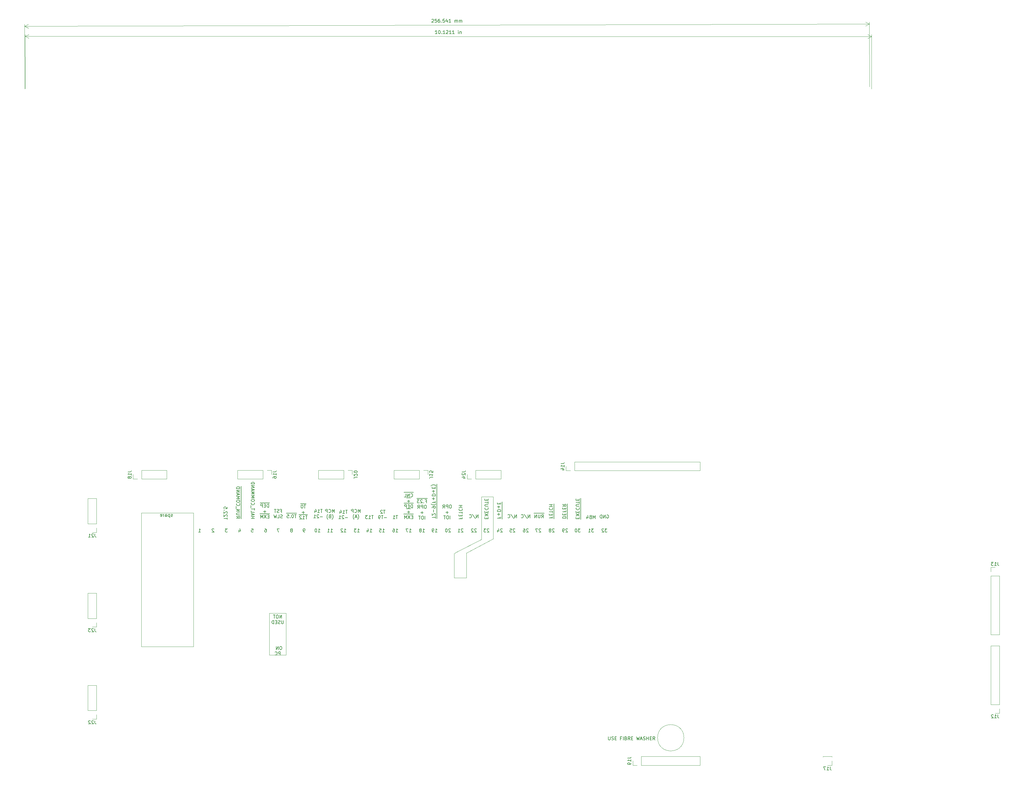
<source format=gbr>
G04 #@! TF.GenerationSoftware,KiCad,Pcbnew,(5.1.10-1-10_14)*
G04 #@! TF.CreationDate,2022-01-31T23:08:06+11:00*
G04 #@! TF.ProjectId,motherboard 2.0,6d6f7468-6572-4626-9f61-726420322e30,rev?*
G04 #@! TF.SameCoordinates,Original*
G04 #@! TF.FileFunction,Legend,Bot*
G04 #@! TF.FilePolarity,Positive*
%FSLAX46Y46*%
G04 Gerber Fmt 4.6, Leading zero omitted, Abs format (unit mm)*
G04 Created by KiCad (PCBNEW (5.1.10-1-10_14)) date 2022-01-31 23:08:06*
%MOMM*%
%LPD*%
G01*
G04 APERTURE LIST*
%ADD10C,0.150000*%
%ADD11C,0.120000*%
G04 APERTURE END LIST*
D10*
X193752380Y-238152380D02*
X193752380Y-238961904D01*
X193800000Y-239057142D01*
X193847619Y-239104761D01*
X193942857Y-239152380D01*
X194133333Y-239152380D01*
X194228571Y-239104761D01*
X194276190Y-239057142D01*
X194323809Y-238961904D01*
X194323809Y-238152380D01*
X194752380Y-239104761D02*
X194895238Y-239152380D01*
X195133333Y-239152380D01*
X195228571Y-239104761D01*
X195276190Y-239057142D01*
X195323809Y-238961904D01*
X195323809Y-238866666D01*
X195276190Y-238771428D01*
X195228571Y-238723809D01*
X195133333Y-238676190D01*
X194942857Y-238628571D01*
X194847619Y-238580952D01*
X194800000Y-238533333D01*
X194752380Y-238438095D01*
X194752380Y-238342857D01*
X194800000Y-238247619D01*
X194847619Y-238200000D01*
X194942857Y-238152380D01*
X195180952Y-238152380D01*
X195323809Y-238200000D01*
X195752380Y-238628571D02*
X196085714Y-238628571D01*
X196228571Y-239152380D02*
X195752380Y-239152380D01*
X195752380Y-238152380D01*
X196228571Y-238152380D01*
X197752380Y-238628571D02*
X197419047Y-238628571D01*
X197419047Y-239152380D02*
X197419047Y-238152380D01*
X197895238Y-238152380D01*
X198276190Y-239152380D02*
X198276190Y-238152380D01*
X199085714Y-238628571D02*
X199228571Y-238676190D01*
X199276190Y-238723809D01*
X199323809Y-238819047D01*
X199323809Y-238961904D01*
X199276190Y-239057142D01*
X199228571Y-239104761D01*
X199133333Y-239152380D01*
X198752380Y-239152380D01*
X198752380Y-238152380D01*
X199085714Y-238152380D01*
X199180952Y-238200000D01*
X199228571Y-238247619D01*
X199276190Y-238342857D01*
X199276190Y-238438095D01*
X199228571Y-238533333D01*
X199180952Y-238580952D01*
X199085714Y-238628571D01*
X198752380Y-238628571D01*
X200323809Y-239152380D02*
X199990476Y-238676190D01*
X199752380Y-239152380D02*
X199752380Y-238152380D01*
X200133333Y-238152380D01*
X200228571Y-238200000D01*
X200276190Y-238247619D01*
X200323809Y-238342857D01*
X200323809Y-238485714D01*
X200276190Y-238580952D01*
X200228571Y-238628571D01*
X200133333Y-238676190D01*
X199752380Y-238676190D01*
X200752380Y-238628571D02*
X201085714Y-238628571D01*
X201228571Y-239152380D02*
X200752380Y-239152380D01*
X200752380Y-238152380D01*
X201228571Y-238152380D01*
X202323809Y-238152380D02*
X202561904Y-239152380D01*
X202752380Y-238438095D01*
X202942857Y-239152380D01*
X203180952Y-238152380D01*
X203514285Y-238866666D02*
X203990476Y-238866666D01*
X203419047Y-239152380D02*
X203752380Y-238152380D01*
X204085714Y-239152380D01*
X204371428Y-239104761D02*
X204514285Y-239152380D01*
X204752380Y-239152380D01*
X204847619Y-239104761D01*
X204895238Y-239057142D01*
X204942857Y-238961904D01*
X204942857Y-238866666D01*
X204895238Y-238771428D01*
X204847619Y-238723809D01*
X204752380Y-238676190D01*
X204561904Y-238628571D01*
X204466666Y-238580952D01*
X204419047Y-238533333D01*
X204371428Y-238438095D01*
X204371428Y-238342857D01*
X204419047Y-238247619D01*
X204466666Y-238200000D01*
X204561904Y-238152380D01*
X204800000Y-238152380D01*
X204942857Y-238200000D01*
X205371428Y-239152380D02*
X205371428Y-238152380D01*
X205371428Y-238628571D02*
X205942857Y-238628571D01*
X205942857Y-239152380D02*
X205942857Y-238152380D01*
X206419047Y-238628571D02*
X206752380Y-238628571D01*
X206895238Y-239152380D02*
X206419047Y-239152380D01*
X206419047Y-238152380D01*
X206895238Y-238152380D01*
X207895238Y-239152380D02*
X207561904Y-238676190D01*
X207323809Y-239152380D02*
X207323809Y-238152380D01*
X207704761Y-238152380D01*
X207800000Y-238200000D01*
X207847619Y-238247619D01*
X207895238Y-238342857D01*
X207895238Y-238485714D01*
X207847619Y-238580952D01*
X207800000Y-238628571D01*
X207704761Y-238676190D01*
X207323809Y-238676190D01*
D11*
X216700000Y-238500000D02*
G75*
G03*
X216700000Y-238500000I-4000000J0D01*
G01*
D10*
X94345000Y-210717380D02*
X94154523Y-210717380D01*
X94059285Y-210765000D01*
X93964047Y-210860238D01*
X93916428Y-211050714D01*
X93916428Y-211384047D01*
X93964047Y-211574523D01*
X94059285Y-211669761D01*
X94154523Y-211717380D01*
X94345000Y-211717380D01*
X94440238Y-211669761D01*
X94535476Y-211574523D01*
X94583095Y-211384047D01*
X94583095Y-211050714D01*
X94535476Y-210860238D01*
X94440238Y-210765000D01*
X94345000Y-210717380D01*
X93487857Y-211717380D02*
X93487857Y-210717380D01*
X92916428Y-211717380D01*
X92916428Y-210717380D01*
X94106904Y-213367380D02*
X94106904Y-212367380D01*
X93725952Y-212367380D01*
X93630714Y-212415000D01*
X93583095Y-212462619D01*
X93535476Y-212557857D01*
X93535476Y-212700714D01*
X93583095Y-212795952D01*
X93630714Y-212843571D01*
X93725952Y-212891190D01*
X94106904Y-212891190D01*
X92535476Y-213272142D02*
X92583095Y-213319761D01*
X92725952Y-213367380D01*
X92821190Y-213367380D01*
X92964047Y-213319761D01*
X93059285Y-213224523D01*
X93106904Y-213129285D01*
X93154523Y-212938809D01*
X93154523Y-212795952D01*
X93106904Y-212605476D01*
X93059285Y-212510238D01*
X92964047Y-212415000D01*
X92821190Y-212367380D01*
X92725952Y-212367380D01*
X92583095Y-212415000D01*
X92535476Y-212462619D01*
D11*
X95885000Y-213360000D02*
X95885000Y-210185000D01*
X90805000Y-213360000D02*
X95885000Y-213360000D01*
X90805000Y-210185000D02*
X90805000Y-213360000D01*
X95885000Y-200660000D02*
X90805000Y-200660000D01*
X95885000Y-210185000D02*
X95885000Y-200660000D01*
X90805000Y-200660000D02*
X90805000Y-210185000D01*
D10*
X94535476Y-202192380D02*
X94535476Y-201192380D01*
X93964047Y-202192380D01*
X93964047Y-201192380D01*
X93297380Y-201192380D02*
X93106904Y-201192380D01*
X93011666Y-201240000D01*
X92916428Y-201335238D01*
X92868809Y-201525714D01*
X92868809Y-201859047D01*
X92916428Y-202049523D01*
X93011666Y-202144761D01*
X93106904Y-202192380D01*
X93297380Y-202192380D01*
X93392619Y-202144761D01*
X93487857Y-202049523D01*
X93535476Y-201859047D01*
X93535476Y-201525714D01*
X93487857Y-201335238D01*
X93392619Y-201240000D01*
X93297380Y-201192380D01*
X92583095Y-201192380D02*
X92011666Y-201192380D01*
X92297380Y-202192380D02*
X92297380Y-201192380D01*
X95059285Y-202842380D02*
X95059285Y-203651904D01*
X95011666Y-203747142D01*
X94964047Y-203794761D01*
X94868809Y-203842380D01*
X94678333Y-203842380D01*
X94583095Y-203794761D01*
X94535476Y-203747142D01*
X94487857Y-203651904D01*
X94487857Y-202842380D01*
X94059285Y-203794761D02*
X93916428Y-203842380D01*
X93678333Y-203842380D01*
X93583095Y-203794761D01*
X93535476Y-203747142D01*
X93487857Y-203651904D01*
X93487857Y-203556666D01*
X93535476Y-203461428D01*
X93583095Y-203413809D01*
X93678333Y-203366190D01*
X93868809Y-203318571D01*
X93964047Y-203270952D01*
X94011666Y-203223333D01*
X94059285Y-203128095D01*
X94059285Y-203032857D01*
X94011666Y-202937619D01*
X93964047Y-202890000D01*
X93868809Y-202842380D01*
X93630714Y-202842380D01*
X93487857Y-202890000D01*
X93059285Y-203318571D02*
X92725952Y-203318571D01*
X92583095Y-203842380D02*
X93059285Y-203842380D01*
X93059285Y-202842380D01*
X92583095Y-202842380D01*
X92154523Y-203842380D02*
X92154523Y-202842380D01*
X91916428Y-202842380D01*
X91773571Y-202890000D01*
X91678333Y-202985238D01*
X91630714Y-203080476D01*
X91583095Y-203270952D01*
X91583095Y-203413809D01*
X91630714Y-203604285D01*
X91678333Y-203699523D01*
X91773571Y-203794761D01*
X91916428Y-203842380D01*
X92154523Y-203842380D01*
X193293904Y-170823000D02*
X193389142Y-170775380D01*
X193532000Y-170775380D01*
X193674857Y-170823000D01*
X193770095Y-170918238D01*
X193817714Y-171013476D01*
X193865333Y-171203952D01*
X193865333Y-171346809D01*
X193817714Y-171537285D01*
X193770095Y-171632523D01*
X193674857Y-171727761D01*
X193532000Y-171775380D01*
X193436761Y-171775380D01*
X193293904Y-171727761D01*
X193246285Y-171680142D01*
X193246285Y-171346809D01*
X193436761Y-171346809D01*
X192817714Y-171775380D02*
X192817714Y-170775380D01*
X192246285Y-171775380D01*
X192246285Y-170775380D01*
X191770095Y-171775380D02*
X191770095Y-170775380D01*
X191532000Y-170775380D01*
X191389142Y-170823000D01*
X191293904Y-170918238D01*
X191246285Y-171013476D01*
X191198666Y-171203952D01*
X191198666Y-171346809D01*
X191246285Y-171537285D01*
X191293904Y-171632523D01*
X191389142Y-171727761D01*
X191532000Y-171775380D01*
X191770095Y-171775380D01*
X189777523Y-171902380D02*
X189777523Y-170902380D01*
X189444190Y-171616666D01*
X189110857Y-170902380D01*
X189110857Y-171902380D01*
X188301333Y-171378571D02*
X188158476Y-171426190D01*
X188110857Y-171473809D01*
X188063238Y-171569047D01*
X188063238Y-171711904D01*
X188110857Y-171807142D01*
X188158476Y-171854761D01*
X188253714Y-171902380D01*
X188634666Y-171902380D01*
X188634666Y-170902380D01*
X188301333Y-170902380D01*
X188206095Y-170950000D01*
X188158476Y-170997619D01*
X188110857Y-171092857D01*
X188110857Y-171188095D01*
X188158476Y-171283333D01*
X188206095Y-171330952D01*
X188301333Y-171378571D01*
X188634666Y-171378571D01*
X187206095Y-171235714D02*
X187206095Y-171902380D01*
X187444190Y-170854761D02*
X187682285Y-171569047D01*
X187063238Y-171569047D01*
D11*
X158750000Y-165227000D02*
X155194000Y-165227000D01*
X158750000Y-178054000D02*
X158750000Y-165227000D01*
X150622000Y-182372000D02*
X158750000Y-178054000D01*
X150622000Y-189865000D02*
X150622000Y-182372000D01*
X146939000Y-189865000D02*
X150622000Y-189865000D01*
X146939000Y-188976000D02*
X146939000Y-189865000D01*
X146939000Y-182499000D02*
X146939000Y-188976000D01*
X147574000Y-182118000D02*
X146939000Y-182499000D01*
X155194000Y-178181000D02*
X147574000Y-182118000D01*
X155194000Y-165354000D02*
X155194000Y-178181000D01*
D10*
X185319000Y-172148095D02*
X185319000Y-171243333D01*
X184475428Y-171910000D02*
X184475428Y-171576666D01*
X183951619Y-171433809D02*
X183951619Y-171910000D01*
X184951619Y-171910000D01*
X184951619Y-171433809D01*
X185319000Y-171243333D02*
X185319000Y-170290952D01*
X184951619Y-171100476D02*
X183951619Y-170433809D01*
X184951619Y-170433809D02*
X183951619Y-171100476D01*
X185319000Y-170290952D02*
X185319000Y-169386190D01*
X184475428Y-170052857D02*
X184475428Y-169719523D01*
X183951619Y-169576666D02*
X183951619Y-170052857D01*
X184951619Y-170052857D01*
X184951619Y-169576666D01*
X185319000Y-169386190D02*
X185319000Y-168386190D01*
X184046857Y-168576666D02*
X183999238Y-168624285D01*
X183951619Y-168767142D01*
X183951619Y-168862380D01*
X183999238Y-169005238D01*
X184094476Y-169100476D01*
X184189714Y-169148095D01*
X184380190Y-169195714D01*
X184523047Y-169195714D01*
X184713523Y-169148095D01*
X184808761Y-169100476D01*
X184904000Y-169005238D01*
X184951619Y-168862380D01*
X184951619Y-168767142D01*
X184904000Y-168624285D01*
X184856380Y-168576666D01*
X185319000Y-168386190D02*
X185319000Y-167338571D01*
X184951619Y-168148095D02*
X184142095Y-168148095D01*
X184046857Y-168100476D01*
X183999238Y-168052857D01*
X183951619Y-167957619D01*
X183951619Y-167767142D01*
X183999238Y-167671904D01*
X184046857Y-167624285D01*
X184142095Y-167576666D01*
X184951619Y-167576666D01*
X185319000Y-167338571D02*
X185319000Y-166576666D01*
X184951619Y-167243333D02*
X184951619Y-166671904D01*
X183951619Y-166957619D02*
X184951619Y-166957619D01*
X185319000Y-166576666D02*
X185319000Y-165671904D01*
X184475428Y-166338571D02*
X184475428Y-166005238D01*
X183951619Y-165862380D02*
X183951619Y-166338571D01*
X184951619Y-166338571D01*
X184951619Y-165862380D01*
X181255000Y-172005333D02*
X181255000Y-171005333D01*
X179887619Y-171767238D02*
X180887619Y-171767238D01*
X180887619Y-171529142D01*
X180840000Y-171386285D01*
X180744761Y-171291047D01*
X180649523Y-171243428D01*
X180459047Y-171195809D01*
X180316190Y-171195809D01*
X180125714Y-171243428D01*
X180030476Y-171291047D01*
X179935238Y-171386285D01*
X179887619Y-171529142D01*
X179887619Y-171767238D01*
X181255000Y-171005333D02*
X181255000Y-170100571D01*
X180411428Y-170767238D02*
X180411428Y-170433904D01*
X179887619Y-170291047D02*
X179887619Y-170767238D01*
X180887619Y-170767238D01*
X180887619Y-170291047D01*
X181255000Y-170100571D02*
X181255000Y-169243428D01*
X180411428Y-169529142D02*
X180411428Y-169862476D01*
X179887619Y-169862476D02*
X180887619Y-169862476D01*
X180887619Y-169386285D01*
X181255000Y-169243428D02*
X181255000Y-168338666D01*
X180411428Y-169005333D02*
X180411428Y-168672000D01*
X179887619Y-168529142D02*
X179887619Y-169005333D01*
X180887619Y-169005333D01*
X180887619Y-168529142D01*
X181255000Y-168338666D02*
X181255000Y-167338666D01*
X179887619Y-167529142D02*
X180363809Y-167862476D01*
X179887619Y-168100571D02*
X180887619Y-168100571D01*
X180887619Y-167719619D01*
X180840000Y-167624380D01*
X180792380Y-167576761D01*
X180697142Y-167529142D01*
X180554285Y-167529142D01*
X180459047Y-167576761D01*
X180411428Y-167624380D01*
X180363809Y-167719619D01*
X180363809Y-168100571D01*
X177191000Y-171957714D02*
X177191000Y-171100571D01*
X176347428Y-171386285D02*
X176347428Y-171719619D01*
X175823619Y-171719619D02*
X176823619Y-171719619D01*
X176823619Y-171243428D01*
X177191000Y-171100571D02*
X177191000Y-170195809D01*
X176347428Y-170862476D02*
X176347428Y-170529142D01*
X175823619Y-170386285D02*
X175823619Y-170862476D01*
X176823619Y-170862476D01*
X176823619Y-170386285D01*
X177191000Y-170195809D02*
X177191000Y-169433904D01*
X176823619Y-170100571D02*
X176823619Y-169529142D01*
X175823619Y-169814857D02*
X176823619Y-169814857D01*
X177191000Y-169433904D02*
X177191000Y-168433904D01*
X175918857Y-168624380D02*
X175871238Y-168672000D01*
X175823619Y-168814857D01*
X175823619Y-168910095D01*
X175871238Y-169052952D01*
X175966476Y-169148190D01*
X176061714Y-169195809D01*
X176252190Y-169243428D01*
X176395047Y-169243428D01*
X176585523Y-169195809D01*
X176680761Y-169148190D01*
X176776000Y-169052952D01*
X176823619Y-168910095D01*
X176823619Y-168814857D01*
X176776000Y-168672000D01*
X176728380Y-168624380D01*
X177191000Y-168433904D02*
X177191000Y-167386285D01*
X175823619Y-168195809D02*
X176823619Y-168195809D01*
X176347428Y-168195809D02*
X176347428Y-167624380D01*
X175823619Y-167624380D02*
X176823619Y-167624380D01*
X174267619Y-170281000D02*
X173267619Y-170281000D01*
X173458095Y-171648380D02*
X173791428Y-171172190D01*
X174029523Y-171648380D02*
X174029523Y-170648380D01*
X173648571Y-170648380D01*
X173553333Y-170696000D01*
X173505714Y-170743619D01*
X173458095Y-170838857D01*
X173458095Y-170981714D01*
X173505714Y-171076952D01*
X173553333Y-171124571D01*
X173648571Y-171172190D01*
X174029523Y-171172190D01*
X173267619Y-170281000D02*
X172220000Y-170281000D01*
X173029523Y-170648380D02*
X173029523Y-171457904D01*
X172981904Y-171553142D01*
X172934285Y-171600761D01*
X172839047Y-171648380D01*
X172648571Y-171648380D01*
X172553333Y-171600761D01*
X172505714Y-171553142D01*
X172458095Y-171457904D01*
X172458095Y-170648380D01*
X172220000Y-170281000D02*
X171172380Y-170281000D01*
X171981904Y-171648380D02*
X171981904Y-170648380D01*
X171410476Y-171648380D01*
X171410476Y-170648380D01*
X169965523Y-171648380D02*
X169965523Y-170648380D01*
X169394095Y-171648380D01*
X169394095Y-170648380D01*
X168203619Y-170600761D02*
X169060761Y-171886476D01*
X167298857Y-171553142D02*
X167346476Y-171600761D01*
X167489333Y-171648380D01*
X167584571Y-171648380D01*
X167727428Y-171600761D01*
X167822666Y-171505523D01*
X167870285Y-171410285D01*
X167917904Y-171219809D01*
X167917904Y-171076952D01*
X167870285Y-170886476D01*
X167822666Y-170791238D01*
X167727428Y-170696000D01*
X167584571Y-170648380D01*
X167489333Y-170648380D01*
X167346476Y-170696000D01*
X167298857Y-170743619D01*
X165901523Y-171648380D02*
X165901523Y-170648380D01*
X165330095Y-171648380D01*
X165330095Y-170648380D01*
X164139619Y-170600761D02*
X164996761Y-171886476D01*
X163234857Y-171553142D02*
X163282476Y-171600761D01*
X163425333Y-171648380D01*
X163520571Y-171648380D01*
X163663428Y-171600761D01*
X163758666Y-171505523D01*
X163806285Y-171410285D01*
X163853904Y-171219809D01*
X163853904Y-171076952D01*
X163806285Y-170886476D01*
X163758666Y-170791238D01*
X163663428Y-170696000D01*
X163520571Y-170648380D01*
X163425333Y-170648380D01*
X163282476Y-170696000D01*
X163234857Y-170743619D01*
X161443000Y-172037047D02*
X161443000Y-171179904D01*
X160599428Y-171465619D02*
X160599428Y-171798952D01*
X160075619Y-171798952D02*
X161075619Y-171798952D01*
X161075619Y-171322761D01*
X161443000Y-171179904D02*
X161443000Y-169941809D01*
X160456571Y-170941809D02*
X160456571Y-170179904D01*
X160075619Y-170560857D02*
X160837523Y-170560857D01*
X161443000Y-169941809D02*
X161443000Y-168941809D01*
X160075619Y-169703714D02*
X161075619Y-169703714D01*
X161075619Y-169465619D01*
X161028000Y-169322761D01*
X160932761Y-169227523D01*
X160837523Y-169179904D01*
X160647047Y-169132285D01*
X160504190Y-169132285D01*
X160313714Y-169179904D01*
X160218476Y-169227523D01*
X160123238Y-169322761D01*
X160075619Y-169465619D01*
X160075619Y-169703714D01*
X161443000Y-168941809D02*
X161443000Y-167703714D01*
X160456571Y-168703714D02*
X160456571Y-167941809D01*
X160075619Y-168322761D02*
X160837523Y-168322761D01*
X161443000Y-167703714D02*
X161443000Y-166798952D01*
X160599428Y-167465619D02*
X160599428Y-167132285D01*
X160075619Y-166989428D02*
X160075619Y-167465619D01*
X161075619Y-167465619D01*
X161075619Y-166989428D01*
X156789428Y-171910000D02*
X156789428Y-171576666D01*
X156265619Y-171433809D02*
X156265619Y-171910000D01*
X157265619Y-171910000D01*
X157265619Y-171433809D01*
X157265619Y-171100476D02*
X156265619Y-170433809D01*
X157265619Y-170433809D02*
X156265619Y-171100476D01*
X156789428Y-170052857D02*
X156789428Y-169719523D01*
X156265619Y-169576666D02*
X156265619Y-170052857D01*
X157265619Y-170052857D01*
X157265619Y-169576666D01*
X156360857Y-168576666D02*
X156313238Y-168624285D01*
X156265619Y-168767142D01*
X156265619Y-168862380D01*
X156313238Y-169005238D01*
X156408476Y-169100476D01*
X156503714Y-169148095D01*
X156694190Y-169195714D01*
X156837047Y-169195714D01*
X157027523Y-169148095D01*
X157122761Y-169100476D01*
X157218000Y-169005238D01*
X157265619Y-168862380D01*
X157265619Y-168767142D01*
X157218000Y-168624285D01*
X157170380Y-168576666D01*
X157265619Y-168148095D02*
X156456095Y-168148095D01*
X156360857Y-168100476D01*
X156313238Y-168052857D01*
X156265619Y-167957619D01*
X156265619Y-167767142D01*
X156313238Y-167671904D01*
X156360857Y-167624285D01*
X156456095Y-167576666D01*
X157265619Y-167576666D01*
X157265619Y-167243333D02*
X157265619Y-166671904D01*
X156265619Y-166957619D02*
X157265619Y-166957619D01*
X156789428Y-166338571D02*
X156789428Y-166005238D01*
X156265619Y-165862380D02*
X156265619Y-166338571D01*
X157265619Y-166338571D01*
X157265619Y-165862380D01*
X154217523Y-171648380D02*
X154217523Y-170648380D01*
X153646095Y-171648380D01*
X153646095Y-170648380D01*
X152455619Y-170600761D02*
X153312761Y-171886476D01*
X151550857Y-171553142D02*
X151598476Y-171600761D01*
X151741333Y-171648380D01*
X151836571Y-171648380D01*
X151979428Y-171600761D01*
X152074666Y-171505523D01*
X152122285Y-171410285D01*
X152169904Y-171219809D01*
X152169904Y-171076952D01*
X152122285Y-170886476D01*
X152074666Y-170791238D01*
X151979428Y-170696000D01*
X151836571Y-170648380D01*
X151741333Y-170648380D01*
X151598476Y-170696000D01*
X151550857Y-170743619D01*
X148915428Y-171640285D02*
X148915428Y-171973619D01*
X148391619Y-171973619D02*
X149391619Y-171973619D01*
X149391619Y-171497428D01*
X148915428Y-171116476D02*
X148915428Y-170783142D01*
X148391619Y-170640285D02*
X148391619Y-171116476D01*
X149391619Y-171116476D01*
X149391619Y-170640285D01*
X149391619Y-170354571D02*
X149391619Y-169783142D01*
X148391619Y-170068857D02*
X149391619Y-170068857D01*
X148486857Y-168878380D02*
X148439238Y-168926000D01*
X148391619Y-169068857D01*
X148391619Y-169164095D01*
X148439238Y-169306952D01*
X148534476Y-169402190D01*
X148629714Y-169449809D01*
X148820190Y-169497428D01*
X148963047Y-169497428D01*
X149153523Y-169449809D01*
X149248761Y-169402190D01*
X149344000Y-169306952D01*
X149391619Y-169164095D01*
X149391619Y-169068857D01*
X149344000Y-168926000D01*
X149296380Y-168878380D01*
X148391619Y-168449809D02*
X149391619Y-168449809D01*
X148915428Y-168449809D02*
X148915428Y-167878380D01*
X148391619Y-167878380D02*
X149391619Y-167878380D01*
X138779047Y-165774000D02*
X137921904Y-165774000D01*
X138207619Y-166617571D02*
X138540952Y-166617571D01*
X138540952Y-167141380D02*
X138540952Y-166141380D01*
X138064761Y-166141380D01*
X137921904Y-165774000D02*
X137445714Y-165774000D01*
X137683809Y-167046142D02*
X137636190Y-167093761D01*
X137683809Y-167141380D01*
X137731428Y-167093761D01*
X137683809Y-167046142D01*
X137683809Y-167141380D01*
X137445714Y-165774000D02*
X136493333Y-165774000D01*
X137255238Y-166236619D02*
X137207619Y-166189000D01*
X137112380Y-166141380D01*
X136874285Y-166141380D01*
X136779047Y-166189000D01*
X136731428Y-166236619D01*
X136683809Y-166331857D01*
X136683809Y-166427095D01*
X136731428Y-166569952D01*
X137302857Y-167141380D01*
X136683809Y-167141380D01*
X136493333Y-165774000D02*
X135540952Y-165774000D01*
X136350476Y-166141380D02*
X135731428Y-166141380D01*
X136064761Y-166522333D01*
X135921904Y-166522333D01*
X135826666Y-166569952D01*
X135779047Y-166617571D01*
X135731428Y-166712809D01*
X135731428Y-166950904D01*
X135779047Y-167046142D01*
X135826666Y-167093761D01*
X135921904Y-167141380D01*
X136207619Y-167141380D01*
X136302857Y-167093761D01*
X136350476Y-167046142D01*
X138255238Y-167791380D02*
X138064761Y-167791380D01*
X137969523Y-167839000D01*
X137874285Y-167934238D01*
X137826666Y-168124714D01*
X137826666Y-168458047D01*
X137874285Y-168648523D01*
X137969523Y-168743761D01*
X138064761Y-168791380D01*
X138255238Y-168791380D01*
X138350476Y-168743761D01*
X138445714Y-168648523D01*
X138493333Y-168458047D01*
X138493333Y-168124714D01*
X138445714Y-167934238D01*
X138350476Y-167839000D01*
X138255238Y-167791380D01*
X137398095Y-168791380D02*
X137398095Y-167791380D01*
X137017142Y-167791380D01*
X136921904Y-167839000D01*
X136874285Y-167886619D01*
X136826666Y-167981857D01*
X136826666Y-168124714D01*
X136874285Y-168219952D01*
X136921904Y-168267571D01*
X137017142Y-168315190D01*
X137398095Y-168315190D01*
X135826666Y-168791380D02*
X136160000Y-168315190D01*
X136398095Y-168791380D02*
X136398095Y-167791380D01*
X136017142Y-167791380D01*
X135921904Y-167839000D01*
X135874285Y-167886619D01*
X135826666Y-167981857D01*
X135826666Y-168124714D01*
X135874285Y-168219952D01*
X135921904Y-168267571D01*
X136017142Y-168315190D01*
X136398095Y-168315190D01*
X137540952Y-170060428D02*
X136779047Y-170060428D01*
X137160000Y-170441380D02*
X137160000Y-169679476D01*
X138064761Y-172091380D02*
X138064761Y-171091380D01*
X137398095Y-171091380D02*
X137207619Y-171091380D01*
X137112380Y-171139000D01*
X137017142Y-171234238D01*
X136969523Y-171424714D01*
X136969523Y-171758047D01*
X137017142Y-171948523D01*
X137112380Y-172043761D01*
X137207619Y-172091380D01*
X137398095Y-172091380D01*
X137493333Y-172043761D01*
X137588571Y-171948523D01*
X137636190Y-171758047D01*
X137636190Y-171424714D01*
X137588571Y-171234238D01*
X137493333Y-171139000D01*
X137398095Y-171091380D01*
X136683809Y-171091380D02*
X136112380Y-171091380D01*
X136398095Y-172091380D02*
X136398095Y-171091380D01*
X145875238Y-167728380D02*
X145684761Y-167728380D01*
X145589523Y-167776000D01*
X145494285Y-167871238D01*
X145446666Y-168061714D01*
X145446666Y-168395047D01*
X145494285Y-168585523D01*
X145589523Y-168680761D01*
X145684761Y-168728380D01*
X145875238Y-168728380D01*
X145970476Y-168680761D01*
X146065714Y-168585523D01*
X146113333Y-168395047D01*
X146113333Y-168061714D01*
X146065714Y-167871238D01*
X145970476Y-167776000D01*
X145875238Y-167728380D01*
X145018095Y-168728380D02*
X145018095Y-167728380D01*
X144637142Y-167728380D01*
X144541904Y-167776000D01*
X144494285Y-167823619D01*
X144446666Y-167918857D01*
X144446666Y-168061714D01*
X144494285Y-168156952D01*
X144541904Y-168204571D01*
X144637142Y-168252190D01*
X145018095Y-168252190D01*
X143446666Y-168728380D02*
X143780000Y-168252190D01*
X144018095Y-168728380D02*
X144018095Y-167728380D01*
X143637142Y-167728380D01*
X143541904Y-167776000D01*
X143494285Y-167823619D01*
X143446666Y-167918857D01*
X143446666Y-168061714D01*
X143494285Y-168156952D01*
X143541904Y-168204571D01*
X143637142Y-168252190D01*
X144018095Y-168252190D01*
X145160952Y-169997428D02*
X144399047Y-169997428D01*
X144780000Y-170378380D02*
X144780000Y-169616476D01*
X145684761Y-172028380D02*
X145684761Y-171028380D01*
X145018095Y-171028380D02*
X144827619Y-171028380D01*
X144732380Y-171076000D01*
X144637142Y-171171238D01*
X144589523Y-171361714D01*
X144589523Y-171695047D01*
X144637142Y-171885523D01*
X144732380Y-171980761D01*
X144827619Y-172028380D01*
X145018095Y-172028380D01*
X145113333Y-171980761D01*
X145208571Y-171885523D01*
X145256190Y-171695047D01*
X145256190Y-171361714D01*
X145208571Y-171171238D01*
X145113333Y-171076000D01*
X145018095Y-171028380D01*
X144303809Y-171028380D02*
X143732380Y-171028380D01*
X144018095Y-172028380D02*
X144018095Y-171028380D01*
X141631000Y-171862095D02*
X141631000Y-171100190D01*
X141263619Y-171766857D02*
X141263619Y-171195428D01*
X140263619Y-171481142D02*
X141263619Y-171481142D01*
X141631000Y-171100190D02*
X141631000Y-170147809D01*
X141168380Y-170909714D02*
X141216000Y-170862095D01*
X141263619Y-170766857D01*
X141263619Y-170528761D01*
X141216000Y-170433523D01*
X141168380Y-170385904D01*
X141073142Y-170338285D01*
X140977904Y-170338285D01*
X140835047Y-170385904D01*
X140263619Y-170957333D01*
X140263619Y-170338285D01*
X141631000Y-170147809D02*
X141631000Y-168909714D01*
X140644571Y-169909714D02*
X140644571Y-169147809D01*
X141631000Y-168909714D02*
X141631000Y-167957333D01*
X140263619Y-168624000D02*
X140263619Y-168433523D01*
X140311238Y-168338285D01*
X140358857Y-168290666D01*
X140501714Y-168195428D01*
X140692190Y-168147809D01*
X141073142Y-168147809D01*
X141168380Y-168195428D01*
X141216000Y-168243047D01*
X141263619Y-168338285D01*
X141263619Y-168528761D01*
X141216000Y-168624000D01*
X141168380Y-168671619D01*
X141073142Y-168719238D01*
X140835047Y-168719238D01*
X140739809Y-168671619D01*
X140692190Y-168624000D01*
X140644571Y-168528761D01*
X140644571Y-168338285D01*
X140692190Y-168243047D01*
X140739809Y-168195428D01*
X140835047Y-168147809D01*
X141631000Y-167957333D02*
X141631000Y-167290666D01*
X139882666Y-167433523D02*
X139930285Y-167481142D01*
X140073142Y-167576380D01*
X140168380Y-167624000D01*
X140311238Y-167671619D01*
X140549333Y-167719238D01*
X140739809Y-167719238D01*
X140977904Y-167671619D01*
X141120761Y-167624000D01*
X141216000Y-167576380D01*
X141358857Y-167481142D01*
X141406476Y-167433523D01*
X141631000Y-167290666D02*
X141631000Y-166433523D01*
X140787428Y-166719238D02*
X140787428Y-167052571D01*
X140263619Y-167052571D02*
X141263619Y-167052571D01*
X141263619Y-166576380D01*
X141631000Y-166433523D02*
X141631000Y-165195428D01*
X140644571Y-166195428D02*
X140644571Y-165433523D01*
X140263619Y-165814476D02*
X141025523Y-165814476D01*
X141631000Y-165195428D02*
X141631000Y-164195428D01*
X140263619Y-164957333D02*
X141263619Y-164957333D01*
X141263619Y-164719238D01*
X141216000Y-164576380D01*
X141120761Y-164481142D01*
X141025523Y-164433523D01*
X140835047Y-164385904D01*
X140692190Y-164385904D01*
X140501714Y-164433523D01*
X140406476Y-164481142D01*
X140311238Y-164576380D01*
X140263619Y-164719238D01*
X140263619Y-164957333D01*
X141631000Y-164195428D02*
X141631000Y-162957333D01*
X140644571Y-163957333D02*
X140644571Y-163195428D01*
X140263619Y-163576380D02*
X141025523Y-163576380D01*
X141631000Y-162957333D02*
X141631000Y-162052571D01*
X140787428Y-162719238D02*
X140787428Y-162385904D01*
X140263619Y-162243047D02*
X140263619Y-162719238D01*
X141263619Y-162719238D01*
X141263619Y-162243047D01*
X141631000Y-162052571D02*
X141631000Y-161385904D01*
X139882666Y-161909714D02*
X139930285Y-161862095D01*
X140073142Y-161766857D01*
X140168380Y-161719238D01*
X140311238Y-161671619D01*
X140549333Y-161624000D01*
X140739809Y-161624000D01*
X140977904Y-161671619D01*
X141120761Y-161719238D01*
X141216000Y-161766857D01*
X141358857Y-161862095D01*
X141406476Y-161909714D01*
X129793904Y-170902380D02*
X129222476Y-170902380D01*
X129508190Y-171902380D02*
X129508190Y-170902380D01*
X128365333Y-171902380D02*
X128936761Y-171902380D01*
X128651047Y-171902380D02*
X128651047Y-170902380D01*
X128746285Y-171045238D01*
X128841523Y-171140476D01*
X128936761Y-171188095D01*
X125983904Y-169315380D02*
X125412476Y-169315380D01*
X125698190Y-170315380D02*
X125698190Y-169315380D01*
X125126761Y-169410619D02*
X125079142Y-169363000D01*
X124983904Y-169315380D01*
X124745809Y-169315380D01*
X124650571Y-169363000D01*
X124602952Y-169410619D01*
X124555333Y-169505857D01*
X124555333Y-169601095D01*
X124602952Y-169743952D01*
X125174380Y-170315380D01*
X124555333Y-170315380D01*
X126460095Y-171584428D02*
X125698190Y-171584428D01*
X125364857Y-170965380D02*
X124793428Y-170965380D01*
X125079142Y-171965380D02*
X125079142Y-170965380D01*
X124412476Y-171965380D02*
X124222000Y-171965380D01*
X124126761Y-171917761D01*
X124079142Y-171870142D01*
X123983904Y-171727285D01*
X123936285Y-171536809D01*
X123936285Y-171155857D01*
X123983904Y-171060619D01*
X124031523Y-171013000D01*
X124126761Y-170965380D01*
X124317238Y-170965380D01*
X124412476Y-171013000D01*
X124460095Y-171060619D01*
X124507714Y-171155857D01*
X124507714Y-171393952D01*
X124460095Y-171489190D01*
X124412476Y-171536809D01*
X124317238Y-171584428D01*
X124126761Y-171584428D01*
X124031523Y-171536809D01*
X123983904Y-171489190D01*
X123936285Y-171393952D01*
X122396095Y-170902380D02*
X121824666Y-170902380D01*
X122110380Y-171902380D02*
X122110380Y-170902380D01*
X120967523Y-171902380D02*
X121538952Y-171902380D01*
X121253238Y-171902380D02*
X121253238Y-170902380D01*
X121348476Y-171045238D01*
X121443714Y-171140476D01*
X121538952Y-171188095D01*
X120634190Y-170902380D02*
X120015142Y-170902380D01*
X120348476Y-171283333D01*
X120205619Y-171283333D01*
X120110380Y-171330952D01*
X120062761Y-171378571D01*
X120015142Y-171473809D01*
X120015142Y-171711904D01*
X120062761Y-171807142D01*
X120110380Y-171854761D01*
X120205619Y-171902380D01*
X120491333Y-171902380D01*
X120586571Y-171854761D01*
X120634190Y-171807142D01*
X193341523Y-174966380D02*
X192722476Y-174966380D01*
X193055809Y-175347333D01*
X192912952Y-175347333D01*
X192817714Y-175394952D01*
X192770095Y-175442571D01*
X192722476Y-175537809D01*
X192722476Y-175775904D01*
X192770095Y-175871142D01*
X192817714Y-175918761D01*
X192912952Y-175966380D01*
X193198666Y-175966380D01*
X193293904Y-175918761D01*
X193341523Y-175871142D01*
X192341523Y-175061619D02*
X192293904Y-175014000D01*
X192198666Y-174966380D01*
X191960571Y-174966380D01*
X191865333Y-175014000D01*
X191817714Y-175061619D01*
X191770095Y-175156857D01*
X191770095Y-175252095D01*
X191817714Y-175394952D01*
X192389142Y-175966380D01*
X191770095Y-175966380D01*
X189277523Y-174966380D02*
X188658476Y-174966380D01*
X188991809Y-175347333D01*
X188848952Y-175347333D01*
X188753714Y-175394952D01*
X188706095Y-175442571D01*
X188658476Y-175537809D01*
X188658476Y-175775904D01*
X188706095Y-175871142D01*
X188753714Y-175918761D01*
X188848952Y-175966380D01*
X189134666Y-175966380D01*
X189229904Y-175918761D01*
X189277523Y-175871142D01*
X187706095Y-175966380D02*
X188277523Y-175966380D01*
X187991809Y-175966380D02*
X187991809Y-174966380D01*
X188087047Y-175109238D01*
X188182285Y-175204476D01*
X188277523Y-175252095D01*
X185213523Y-174966380D02*
X184594476Y-174966380D01*
X184927809Y-175347333D01*
X184784952Y-175347333D01*
X184689714Y-175394952D01*
X184642095Y-175442571D01*
X184594476Y-175537809D01*
X184594476Y-175775904D01*
X184642095Y-175871142D01*
X184689714Y-175918761D01*
X184784952Y-175966380D01*
X185070666Y-175966380D01*
X185165904Y-175918761D01*
X185213523Y-175871142D01*
X183975428Y-174966380D02*
X183880190Y-174966380D01*
X183784952Y-175014000D01*
X183737333Y-175061619D01*
X183689714Y-175156857D01*
X183642095Y-175347333D01*
X183642095Y-175585428D01*
X183689714Y-175775904D01*
X183737333Y-175871142D01*
X183784952Y-175918761D01*
X183880190Y-175966380D01*
X183975428Y-175966380D01*
X184070666Y-175918761D01*
X184118285Y-175871142D01*
X184165904Y-175775904D01*
X184213523Y-175585428D01*
X184213523Y-175347333D01*
X184165904Y-175156857D01*
X184118285Y-175061619D01*
X184070666Y-175014000D01*
X183975428Y-174966380D01*
X181355904Y-175061619D02*
X181308285Y-175014000D01*
X181213047Y-174966380D01*
X180974952Y-174966380D01*
X180879714Y-175014000D01*
X180832095Y-175061619D01*
X180784476Y-175156857D01*
X180784476Y-175252095D01*
X180832095Y-175394952D01*
X181403523Y-175966380D01*
X180784476Y-175966380D01*
X180308285Y-175966380D02*
X180117809Y-175966380D01*
X180022571Y-175918761D01*
X179974952Y-175871142D01*
X179879714Y-175728285D01*
X179832095Y-175537809D01*
X179832095Y-175156857D01*
X179879714Y-175061619D01*
X179927333Y-175014000D01*
X180022571Y-174966380D01*
X180213047Y-174966380D01*
X180308285Y-175014000D01*
X180355904Y-175061619D01*
X180403523Y-175156857D01*
X180403523Y-175394952D01*
X180355904Y-175490190D01*
X180308285Y-175537809D01*
X180213047Y-175585428D01*
X180022571Y-175585428D01*
X179927333Y-175537809D01*
X179879714Y-175490190D01*
X179832095Y-175394952D01*
X177291904Y-175061619D02*
X177244285Y-175014000D01*
X177149047Y-174966380D01*
X176910952Y-174966380D01*
X176815714Y-175014000D01*
X176768095Y-175061619D01*
X176720476Y-175156857D01*
X176720476Y-175252095D01*
X176768095Y-175394952D01*
X177339523Y-175966380D01*
X176720476Y-175966380D01*
X176149047Y-175394952D02*
X176244285Y-175347333D01*
X176291904Y-175299714D01*
X176339523Y-175204476D01*
X176339523Y-175156857D01*
X176291904Y-175061619D01*
X176244285Y-175014000D01*
X176149047Y-174966380D01*
X175958571Y-174966380D01*
X175863333Y-175014000D01*
X175815714Y-175061619D01*
X175768095Y-175156857D01*
X175768095Y-175204476D01*
X175815714Y-175299714D01*
X175863333Y-175347333D01*
X175958571Y-175394952D01*
X176149047Y-175394952D01*
X176244285Y-175442571D01*
X176291904Y-175490190D01*
X176339523Y-175585428D01*
X176339523Y-175775904D01*
X176291904Y-175871142D01*
X176244285Y-175918761D01*
X176149047Y-175966380D01*
X175958571Y-175966380D01*
X175863333Y-175918761D01*
X175815714Y-175871142D01*
X175768095Y-175775904D01*
X175768095Y-175585428D01*
X175815714Y-175490190D01*
X175863333Y-175442571D01*
X175958571Y-175394952D01*
X173227904Y-175061619D02*
X173180285Y-175014000D01*
X173085047Y-174966380D01*
X172846952Y-174966380D01*
X172751714Y-175014000D01*
X172704095Y-175061619D01*
X172656476Y-175156857D01*
X172656476Y-175252095D01*
X172704095Y-175394952D01*
X173275523Y-175966380D01*
X172656476Y-175966380D01*
X172323142Y-174966380D02*
X171656476Y-174966380D01*
X172085047Y-175966380D01*
X169417904Y-175061619D02*
X169370285Y-175014000D01*
X169275047Y-174966380D01*
X169036952Y-174966380D01*
X168941714Y-175014000D01*
X168894095Y-175061619D01*
X168846476Y-175156857D01*
X168846476Y-175252095D01*
X168894095Y-175394952D01*
X169465523Y-175966380D01*
X168846476Y-175966380D01*
X167989333Y-174966380D02*
X168179809Y-174966380D01*
X168275047Y-175014000D01*
X168322666Y-175061619D01*
X168417904Y-175204476D01*
X168465523Y-175394952D01*
X168465523Y-175775904D01*
X168417904Y-175871142D01*
X168370285Y-175918761D01*
X168275047Y-175966380D01*
X168084571Y-175966380D01*
X167989333Y-175918761D01*
X167941714Y-175871142D01*
X167894095Y-175775904D01*
X167894095Y-175537809D01*
X167941714Y-175442571D01*
X167989333Y-175394952D01*
X168084571Y-175347333D01*
X168275047Y-175347333D01*
X168370285Y-175394952D01*
X168417904Y-175442571D01*
X168465523Y-175537809D01*
X165353904Y-175061619D02*
X165306285Y-175014000D01*
X165211047Y-174966380D01*
X164972952Y-174966380D01*
X164877714Y-175014000D01*
X164830095Y-175061619D01*
X164782476Y-175156857D01*
X164782476Y-175252095D01*
X164830095Y-175394952D01*
X165401523Y-175966380D01*
X164782476Y-175966380D01*
X163877714Y-174966380D02*
X164353904Y-174966380D01*
X164401523Y-175442571D01*
X164353904Y-175394952D01*
X164258666Y-175347333D01*
X164020571Y-175347333D01*
X163925333Y-175394952D01*
X163877714Y-175442571D01*
X163830095Y-175537809D01*
X163830095Y-175775904D01*
X163877714Y-175871142D01*
X163925333Y-175918761D01*
X164020571Y-175966380D01*
X164258666Y-175966380D01*
X164353904Y-175918761D01*
X164401523Y-175871142D01*
X161543904Y-175061619D02*
X161496285Y-175014000D01*
X161401047Y-174966380D01*
X161162952Y-174966380D01*
X161067714Y-175014000D01*
X161020095Y-175061619D01*
X160972476Y-175156857D01*
X160972476Y-175252095D01*
X161020095Y-175394952D01*
X161591523Y-175966380D01*
X160972476Y-175966380D01*
X160115333Y-175299714D02*
X160115333Y-175966380D01*
X160353428Y-174918761D02*
X160591523Y-175633047D01*
X159972476Y-175633047D01*
X157479904Y-175061619D02*
X157432285Y-175014000D01*
X157337047Y-174966380D01*
X157098952Y-174966380D01*
X157003714Y-175014000D01*
X156956095Y-175061619D01*
X156908476Y-175156857D01*
X156908476Y-175252095D01*
X156956095Y-175394952D01*
X157527523Y-175966380D01*
X156908476Y-175966380D01*
X156575142Y-174966380D02*
X155956095Y-174966380D01*
X156289428Y-175347333D01*
X156146571Y-175347333D01*
X156051333Y-175394952D01*
X156003714Y-175442571D01*
X155956095Y-175537809D01*
X155956095Y-175775904D01*
X156003714Y-175871142D01*
X156051333Y-175918761D01*
X156146571Y-175966380D01*
X156432285Y-175966380D01*
X156527523Y-175918761D01*
X156575142Y-175871142D01*
X153669904Y-175061619D02*
X153622285Y-175014000D01*
X153527047Y-174966380D01*
X153288952Y-174966380D01*
X153193714Y-175014000D01*
X153146095Y-175061619D01*
X153098476Y-175156857D01*
X153098476Y-175252095D01*
X153146095Y-175394952D01*
X153717523Y-175966380D01*
X153098476Y-175966380D01*
X152717523Y-175061619D02*
X152669904Y-175014000D01*
X152574666Y-174966380D01*
X152336571Y-174966380D01*
X152241333Y-175014000D01*
X152193714Y-175061619D01*
X152146095Y-175156857D01*
X152146095Y-175252095D01*
X152193714Y-175394952D01*
X152765142Y-175966380D01*
X152146095Y-175966380D01*
X149605904Y-175061619D02*
X149558285Y-175014000D01*
X149463047Y-174966380D01*
X149224952Y-174966380D01*
X149129714Y-175014000D01*
X149082095Y-175061619D01*
X149034476Y-175156857D01*
X149034476Y-175252095D01*
X149082095Y-175394952D01*
X149653523Y-175966380D01*
X149034476Y-175966380D01*
X148082095Y-175966380D02*
X148653523Y-175966380D01*
X148367809Y-175966380D02*
X148367809Y-174966380D01*
X148463047Y-175109238D01*
X148558285Y-175204476D01*
X148653523Y-175252095D01*
X145795904Y-175061619D02*
X145748285Y-175014000D01*
X145653047Y-174966380D01*
X145414952Y-174966380D01*
X145319714Y-175014000D01*
X145272095Y-175061619D01*
X145224476Y-175156857D01*
X145224476Y-175252095D01*
X145272095Y-175394952D01*
X145843523Y-175966380D01*
X145224476Y-175966380D01*
X144605428Y-174966380D02*
X144510190Y-174966380D01*
X144414952Y-175014000D01*
X144367333Y-175061619D01*
X144319714Y-175156857D01*
X144272095Y-175347333D01*
X144272095Y-175585428D01*
X144319714Y-175775904D01*
X144367333Y-175871142D01*
X144414952Y-175918761D01*
X144510190Y-175966380D01*
X144605428Y-175966380D01*
X144700666Y-175918761D01*
X144748285Y-175871142D01*
X144795904Y-175775904D01*
X144843523Y-175585428D01*
X144843523Y-175347333D01*
X144795904Y-175156857D01*
X144748285Y-175061619D01*
X144700666Y-175014000D01*
X144605428Y-174966380D01*
X141160476Y-175966380D02*
X141731904Y-175966380D01*
X141446190Y-175966380D02*
X141446190Y-174966380D01*
X141541428Y-175109238D01*
X141636666Y-175204476D01*
X141731904Y-175252095D01*
X140684285Y-175966380D02*
X140493809Y-175966380D01*
X140398571Y-175918761D01*
X140350952Y-175871142D01*
X140255714Y-175728285D01*
X140208095Y-175537809D01*
X140208095Y-175156857D01*
X140255714Y-175061619D01*
X140303333Y-175014000D01*
X140398571Y-174966380D01*
X140589047Y-174966380D01*
X140684285Y-175014000D01*
X140731904Y-175061619D01*
X140779523Y-175156857D01*
X140779523Y-175394952D01*
X140731904Y-175490190D01*
X140684285Y-175537809D01*
X140589047Y-175585428D01*
X140398571Y-175585428D01*
X140303333Y-175537809D01*
X140255714Y-175490190D01*
X140208095Y-175394952D01*
X137350476Y-175966380D02*
X137921904Y-175966380D01*
X137636190Y-175966380D02*
X137636190Y-174966380D01*
X137731428Y-175109238D01*
X137826666Y-175204476D01*
X137921904Y-175252095D01*
X136779047Y-175394952D02*
X136874285Y-175347333D01*
X136921904Y-175299714D01*
X136969523Y-175204476D01*
X136969523Y-175156857D01*
X136921904Y-175061619D01*
X136874285Y-175014000D01*
X136779047Y-174966380D01*
X136588571Y-174966380D01*
X136493333Y-175014000D01*
X136445714Y-175061619D01*
X136398095Y-175156857D01*
X136398095Y-175204476D01*
X136445714Y-175299714D01*
X136493333Y-175347333D01*
X136588571Y-175394952D01*
X136779047Y-175394952D01*
X136874285Y-175442571D01*
X136921904Y-175490190D01*
X136969523Y-175585428D01*
X136969523Y-175775904D01*
X136921904Y-175871142D01*
X136874285Y-175918761D01*
X136779047Y-175966380D01*
X136588571Y-175966380D01*
X136493333Y-175918761D01*
X136445714Y-175871142D01*
X136398095Y-175775904D01*
X136398095Y-175585428D01*
X136445714Y-175490190D01*
X136493333Y-175442571D01*
X136588571Y-175394952D01*
X133286476Y-175966380D02*
X133857904Y-175966380D01*
X133572190Y-175966380D02*
X133572190Y-174966380D01*
X133667428Y-175109238D01*
X133762666Y-175204476D01*
X133857904Y-175252095D01*
X132953142Y-174966380D02*
X132286476Y-174966380D01*
X132715047Y-175966380D01*
X129222476Y-175966380D02*
X129793904Y-175966380D01*
X129508190Y-175966380D02*
X129508190Y-174966380D01*
X129603428Y-175109238D01*
X129698666Y-175204476D01*
X129793904Y-175252095D01*
X128365333Y-174966380D02*
X128555809Y-174966380D01*
X128651047Y-175014000D01*
X128698666Y-175061619D01*
X128793904Y-175204476D01*
X128841523Y-175394952D01*
X128841523Y-175775904D01*
X128793904Y-175871142D01*
X128746285Y-175918761D01*
X128651047Y-175966380D01*
X128460571Y-175966380D01*
X128365333Y-175918761D01*
X128317714Y-175871142D01*
X128270095Y-175775904D01*
X128270095Y-175537809D01*
X128317714Y-175442571D01*
X128365333Y-175394952D01*
X128460571Y-175347333D01*
X128651047Y-175347333D01*
X128746285Y-175394952D01*
X128793904Y-175442571D01*
X128841523Y-175537809D01*
X125158476Y-175966380D02*
X125729904Y-175966380D01*
X125444190Y-175966380D02*
X125444190Y-174966380D01*
X125539428Y-175109238D01*
X125634666Y-175204476D01*
X125729904Y-175252095D01*
X124253714Y-174966380D02*
X124729904Y-174966380D01*
X124777523Y-175442571D01*
X124729904Y-175394952D01*
X124634666Y-175347333D01*
X124396571Y-175347333D01*
X124301333Y-175394952D01*
X124253714Y-175442571D01*
X124206095Y-175537809D01*
X124206095Y-175775904D01*
X124253714Y-175871142D01*
X124301333Y-175918761D01*
X124396571Y-175966380D01*
X124634666Y-175966380D01*
X124729904Y-175918761D01*
X124777523Y-175871142D01*
X121348476Y-175966380D02*
X121919904Y-175966380D01*
X121634190Y-175966380D02*
X121634190Y-174966380D01*
X121729428Y-175109238D01*
X121824666Y-175204476D01*
X121919904Y-175252095D01*
X120491333Y-175299714D02*
X120491333Y-175966380D01*
X120729428Y-174918761D02*
X120967523Y-175633047D01*
X120348476Y-175633047D01*
X117538476Y-175966380D02*
X118109904Y-175966380D01*
X117824190Y-175966380D02*
X117824190Y-174966380D01*
X117919428Y-175109238D01*
X118014666Y-175204476D01*
X118109904Y-175252095D01*
X117205142Y-174966380D02*
X116586095Y-174966380D01*
X116919428Y-175347333D01*
X116776571Y-175347333D01*
X116681333Y-175394952D01*
X116633714Y-175442571D01*
X116586095Y-175537809D01*
X116586095Y-175775904D01*
X116633714Y-175871142D01*
X116681333Y-175918761D01*
X116776571Y-175966380D01*
X117062285Y-175966380D01*
X117157523Y-175918761D01*
X117205142Y-175871142D01*
X113474476Y-175966380D02*
X114045904Y-175966380D01*
X113760190Y-175966380D02*
X113760190Y-174966380D01*
X113855428Y-175109238D01*
X113950666Y-175204476D01*
X114045904Y-175252095D01*
X113093523Y-175061619D02*
X113045904Y-175014000D01*
X112950666Y-174966380D01*
X112712571Y-174966380D01*
X112617333Y-175014000D01*
X112569714Y-175061619D01*
X112522095Y-175156857D01*
X112522095Y-175252095D01*
X112569714Y-175394952D01*
X113141142Y-175966380D01*
X112522095Y-175966380D01*
X109410476Y-175966380D02*
X109981904Y-175966380D01*
X109696190Y-175966380D02*
X109696190Y-174966380D01*
X109791428Y-175109238D01*
X109886666Y-175204476D01*
X109981904Y-175252095D01*
X108458095Y-175966380D02*
X109029523Y-175966380D01*
X108743809Y-175966380D02*
X108743809Y-174966380D01*
X108839047Y-175109238D01*
X108934285Y-175204476D01*
X109029523Y-175252095D01*
X105600476Y-175966380D02*
X106171904Y-175966380D01*
X105886190Y-175966380D02*
X105886190Y-174966380D01*
X105981428Y-175109238D01*
X106076666Y-175204476D01*
X106171904Y-175252095D01*
X104981428Y-174966380D02*
X104886190Y-174966380D01*
X104790952Y-175014000D01*
X104743333Y-175061619D01*
X104695714Y-175156857D01*
X104648095Y-175347333D01*
X104648095Y-175585428D01*
X104695714Y-175775904D01*
X104743333Y-175871142D01*
X104790952Y-175918761D01*
X104886190Y-175966380D01*
X104981428Y-175966380D01*
X105076666Y-175918761D01*
X105124285Y-175871142D01*
X105171904Y-175775904D01*
X105219523Y-175585428D01*
X105219523Y-175347333D01*
X105171904Y-175156857D01*
X105124285Y-175061619D01*
X105076666Y-175014000D01*
X104981428Y-174966380D01*
X101536476Y-175966380D02*
X101346000Y-175966380D01*
X101250761Y-175918761D01*
X101203142Y-175871142D01*
X101107904Y-175728285D01*
X101060285Y-175537809D01*
X101060285Y-175156857D01*
X101107904Y-175061619D01*
X101155523Y-175014000D01*
X101250761Y-174966380D01*
X101441238Y-174966380D01*
X101536476Y-175014000D01*
X101584095Y-175061619D01*
X101631714Y-175156857D01*
X101631714Y-175394952D01*
X101584095Y-175490190D01*
X101536476Y-175537809D01*
X101441238Y-175585428D01*
X101250761Y-175585428D01*
X101155523Y-175537809D01*
X101107904Y-175490190D01*
X101060285Y-175394952D01*
X97631238Y-175394952D02*
X97726476Y-175347333D01*
X97774095Y-175299714D01*
X97821714Y-175204476D01*
X97821714Y-175156857D01*
X97774095Y-175061619D01*
X97726476Y-175014000D01*
X97631238Y-174966380D01*
X97440761Y-174966380D01*
X97345523Y-175014000D01*
X97297904Y-175061619D01*
X97250285Y-175156857D01*
X97250285Y-175204476D01*
X97297904Y-175299714D01*
X97345523Y-175347333D01*
X97440761Y-175394952D01*
X97631238Y-175394952D01*
X97726476Y-175442571D01*
X97774095Y-175490190D01*
X97821714Y-175585428D01*
X97821714Y-175775904D01*
X97774095Y-175871142D01*
X97726476Y-175918761D01*
X97631238Y-175966380D01*
X97440761Y-175966380D01*
X97345523Y-175918761D01*
X97297904Y-175871142D01*
X97250285Y-175775904D01*
X97250285Y-175585428D01*
X97297904Y-175490190D01*
X97345523Y-175442571D01*
X97440761Y-175394952D01*
X93805333Y-174966380D02*
X93138666Y-174966380D01*
X93567238Y-175966380D01*
X89471523Y-174966380D02*
X89662000Y-174966380D01*
X89757238Y-175014000D01*
X89804857Y-175061619D01*
X89900095Y-175204476D01*
X89947714Y-175394952D01*
X89947714Y-175775904D01*
X89900095Y-175871142D01*
X89852476Y-175918761D01*
X89757238Y-175966380D01*
X89566761Y-175966380D01*
X89471523Y-175918761D01*
X89423904Y-175871142D01*
X89376285Y-175775904D01*
X89376285Y-175537809D01*
X89423904Y-175442571D01*
X89471523Y-175394952D01*
X89566761Y-175347333D01*
X89757238Y-175347333D01*
X89852476Y-175394952D01*
X89900095Y-175442571D01*
X89947714Y-175537809D01*
X85359904Y-174966380D02*
X85836095Y-174966380D01*
X85883714Y-175442571D01*
X85836095Y-175394952D01*
X85740857Y-175347333D01*
X85502761Y-175347333D01*
X85407523Y-175394952D01*
X85359904Y-175442571D01*
X85312285Y-175537809D01*
X85312285Y-175775904D01*
X85359904Y-175871142D01*
X85407523Y-175918761D01*
X85502761Y-175966380D01*
X85740857Y-175966380D01*
X85836095Y-175918761D01*
X85883714Y-175871142D01*
X81597523Y-175299714D02*
X81597523Y-175966380D01*
X81835619Y-174918761D02*
X82073714Y-175633047D01*
X81454666Y-175633047D01*
X78057333Y-174966380D02*
X77438285Y-174966380D01*
X77771619Y-175347333D01*
X77628761Y-175347333D01*
X77533523Y-175394952D01*
X77485904Y-175442571D01*
X77438285Y-175537809D01*
X77438285Y-175775904D01*
X77485904Y-175871142D01*
X77533523Y-175918761D01*
X77628761Y-175966380D01*
X77914476Y-175966380D01*
X78009714Y-175918761D01*
X78057333Y-175871142D01*
X73945714Y-175061619D02*
X73898095Y-175014000D01*
X73802857Y-174966380D01*
X73564761Y-174966380D01*
X73469523Y-175014000D01*
X73421904Y-175061619D01*
X73374285Y-175156857D01*
X73374285Y-175252095D01*
X73421904Y-175394952D01*
X73993333Y-175966380D01*
X73374285Y-175966380D01*
X69310285Y-175966380D02*
X69881714Y-175966380D01*
X69596000Y-175966380D02*
X69596000Y-174966380D01*
X69691238Y-175109238D01*
X69786476Y-175204476D01*
X69881714Y-175252095D01*
X106902095Y-169061380D02*
X106330666Y-169061380D01*
X106616380Y-170061380D02*
X106616380Y-169061380D01*
X105473523Y-170061380D02*
X106044952Y-170061380D01*
X105759238Y-170061380D02*
X105759238Y-169061380D01*
X105854476Y-169204238D01*
X105949714Y-169299476D01*
X106044952Y-169347095D01*
X104616380Y-169394714D02*
X104616380Y-170061380D01*
X104854476Y-169013761D02*
X105092571Y-169728047D01*
X104473523Y-169728047D01*
X106997333Y-171330428D02*
X106235428Y-171330428D01*
X105806857Y-170806619D02*
X105759238Y-170759000D01*
X105664000Y-170711380D01*
X105425904Y-170711380D01*
X105330666Y-170759000D01*
X105283047Y-170806619D01*
X105235428Y-170901857D01*
X105235428Y-170997095D01*
X105283047Y-171139952D01*
X105854476Y-171711380D01*
X105235428Y-171711380D01*
X104283047Y-171711380D02*
X104854476Y-171711380D01*
X104568761Y-171711380D02*
X104568761Y-170711380D01*
X104664000Y-170854238D01*
X104759238Y-170949476D01*
X104854476Y-170997095D01*
X118427333Y-170061380D02*
X118427333Y-169061380D01*
X118094000Y-169775666D01*
X117760666Y-169061380D01*
X117760666Y-170061380D01*
X116713047Y-169966142D02*
X116760666Y-170013761D01*
X116903523Y-170061380D01*
X116998761Y-170061380D01*
X117141619Y-170013761D01*
X117236857Y-169918523D01*
X117284476Y-169823285D01*
X117332095Y-169632809D01*
X117332095Y-169489952D01*
X117284476Y-169299476D01*
X117236857Y-169204238D01*
X117141619Y-169109000D01*
X116998761Y-169061380D01*
X116903523Y-169061380D01*
X116760666Y-169109000D01*
X116713047Y-169156619D01*
X116284476Y-170061380D02*
X116284476Y-169061380D01*
X115903523Y-169061380D01*
X115808285Y-169109000D01*
X115760666Y-169156619D01*
X115713047Y-169251857D01*
X115713047Y-169394714D01*
X115760666Y-169489952D01*
X115808285Y-169537571D01*
X115903523Y-169585190D01*
X116284476Y-169585190D01*
X117665428Y-172092333D02*
X117713047Y-172044714D01*
X117808285Y-171901857D01*
X117855904Y-171806619D01*
X117903523Y-171663761D01*
X117951142Y-171425666D01*
X117951142Y-171235190D01*
X117903523Y-170997095D01*
X117855904Y-170854238D01*
X117808285Y-170759000D01*
X117713047Y-170616142D01*
X117665428Y-170568523D01*
X117332095Y-171425666D02*
X116855904Y-171425666D01*
X117427333Y-171711380D02*
X117094000Y-170711380D01*
X116760666Y-171711380D01*
X116522571Y-172092333D02*
X116474952Y-172044714D01*
X116379714Y-171901857D01*
X116332095Y-171806619D01*
X116284476Y-171663761D01*
X116236857Y-171425666D01*
X116236857Y-171235190D01*
X116284476Y-170997095D01*
X116332095Y-170854238D01*
X116379714Y-170759000D01*
X116474952Y-170616142D01*
X116522571Y-170568523D01*
X114522095Y-169315380D02*
X113950666Y-169315380D01*
X114236380Y-170315380D02*
X114236380Y-169315380D01*
X113093523Y-170315380D02*
X113664952Y-170315380D01*
X113379238Y-170315380D02*
X113379238Y-169315380D01*
X113474476Y-169458238D01*
X113569714Y-169553476D01*
X113664952Y-169601095D01*
X112236380Y-169648714D02*
X112236380Y-170315380D01*
X112474476Y-169267761D02*
X112712571Y-169982047D01*
X112093523Y-169982047D01*
X114617333Y-171584428D02*
X113855428Y-171584428D01*
X113426857Y-171060619D02*
X113379238Y-171013000D01*
X113284000Y-170965380D01*
X113045904Y-170965380D01*
X112950666Y-171013000D01*
X112903047Y-171060619D01*
X112855428Y-171155857D01*
X112855428Y-171251095D01*
X112903047Y-171393952D01*
X113474476Y-171965380D01*
X112855428Y-171965380D01*
X111903047Y-171965380D02*
X112474476Y-171965380D01*
X112188761Y-171965380D02*
X112188761Y-170965380D01*
X112284000Y-171108238D01*
X112379238Y-171203476D01*
X112474476Y-171251095D01*
X110553333Y-170061380D02*
X110553333Y-169061380D01*
X110220000Y-169775666D01*
X109886666Y-169061380D01*
X109886666Y-170061380D01*
X108839047Y-169966142D02*
X108886666Y-170013761D01*
X109029523Y-170061380D01*
X109124761Y-170061380D01*
X109267619Y-170013761D01*
X109362857Y-169918523D01*
X109410476Y-169823285D01*
X109458095Y-169632809D01*
X109458095Y-169489952D01*
X109410476Y-169299476D01*
X109362857Y-169204238D01*
X109267619Y-169109000D01*
X109124761Y-169061380D01*
X109029523Y-169061380D01*
X108886666Y-169109000D01*
X108839047Y-169156619D01*
X108410476Y-170061380D02*
X108410476Y-169061380D01*
X108029523Y-169061380D01*
X107934285Y-169109000D01*
X107886666Y-169156619D01*
X107839047Y-169251857D01*
X107839047Y-169394714D01*
X107886666Y-169489952D01*
X107934285Y-169537571D01*
X108029523Y-169585190D01*
X108410476Y-169585190D01*
X109862857Y-172092333D02*
X109910476Y-172044714D01*
X110005714Y-171901857D01*
X110053333Y-171806619D01*
X110100952Y-171663761D01*
X110148571Y-171425666D01*
X110148571Y-171235190D01*
X110100952Y-170997095D01*
X110053333Y-170854238D01*
X110005714Y-170759000D01*
X109910476Y-170616142D01*
X109862857Y-170568523D01*
X109148571Y-171187571D02*
X109005714Y-171235190D01*
X108958095Y-171282809D01*
X108910476Y-171378047D01*
X108910476Y-171520904D01*
X108958095Y-171616142D01*
X109005714Y-171663761D01*
X109100952Y-171711380D01*
X109481904Y-171711380D01*
X109481904Y-170711380D01*
X109148571Y-170711380D01*
X109053333Y-170759000D01*
X109005714Y-170806619D01*
X108958095Y-170901857D01*
X108958095Y-170997095D01*
X109005714Y-171092333D01*
X109053333Y-171139952D01*
X109148571Y-171187571D01*
X109481904Y-171187571D01*
X108577142Y-172092333D02*
X108529523Y-172044714D01*
X108434285Y-171901857D01*
X108386666Y-171806619D01*
X108339047Y-171663761D01*
X108291428Y-171425666D01*
X108291428Y-171235190D01*
X108339047Y-170997095D01*
X108386666Y-170854238D01*
X108434285Y-170759000D01*
X108529523Y-170616142D01*
X108577142Y-170568523D01*
X134524571Y-163933000D02*
X133524571Y-163933000D01*
X133715047Y-165205142D02*
X133762666Y-165252761D01*
X133905523Y-165300380D01*
X134000761Y-165300380D01*
X134143619Y-165252761D01*
X134238857Y-165157523D01*
X134286476Y-165062285D01*
X134334095Y-164871809D01*
X134334095Y-164728952D01*
X134286476Y-164538476D01*
X134238857Y-164443238D01*
X134143619Y-164348000D01*
X134000761Y-164300380D01*
X133905523Y-164300380D01*
X133762666Y-164348000D01*
X133715047Y-164395619D01*
X133524571Y-163933000D02*
X132476952Y-163933000D01*
X133286476Y-165300380D02*
X133286476Y-164300380D01*
X132715047Y-165300380D01*
X132715047Y-164300380D01*
X132476952Y-163933000D02*
X131667428Y-163933000D01*
X131762666Y-165300380D02*
X132238857Y-165300380D01*
X132238857Y-164300380D01*
X133715047Y-165583000D02*
X132476952Y-165583000D01*
X133476952Y-166569428D02*
X132715047Y-166569428D01*
X133096000Y-166950380D02*
X133096000Y-166188476D01*
X134548380Y-167233000D02*
X133548380Y-167233000D01*
X134310285Y-168600380D02*
X134310285Y-167600380D01*
X134072190Y-167600380D01*
X133929333Y-167648000D01*
X133834095Y-167743238D01*
X133786476Y-167838476D01*
X133738857Y-168028952D01*
X133738857Y-168171809D01*
X133786476Y-168362285D01*
X133834095Y-168457523D01*
X133929333Y-168552761D01*
X134072190Y-168600380D01*
X134310285Y-168600380D01*
X133548380Y-167233000D02*
X132643619Y-167233000D01*
X133310285Y-168076571D02*
X132976952Y-168076571D01*
X132834095Y-168600380D02*
X133310285Y-168600380D01*
X133310285Y-167600380D01*
X132834095Y-167600380D01*
X132643619Y-167233000D02*
X131643619Y-167233000D01*
X132405523Y-168600380D02*
X132405523Y-167600380D01*
X132024571Y-167600380D01*
X131929333Y-167648000D01*
X131881714Y-167695619D01*
X131834095Y-167790857D01*
X131834095Y-167933714D01*
X131881714Y-168028952D01*
X131929333Y-168076571D01*
X132024571Y-168124190D01*
X132405523Y-168124190D01*
X133715047Y-168883000D02*
X132476952Y-168883000D01*
X133476952Y-169869428D02*
X132715047Y-169869428D01*
X133096000Y-170250380D02*
X133096000Y-169488476D01*
X134596000Y-170533000D02*
X133691238Y-170533000D01*
X134357904Y-171376571D02*
X134024571Y-171376571D01*
X133881714Y-171900380D02*
X134357904Y-171900380D01*
X134357904Y-170900380D01*
X133881714Y-170900380D01*
X133691238Y-170533000D02*
X132738857Y-170533000D01*
X133548380Y-170900380D02*
X132881714Y-171900380D01*
X132881714Y-170900380D02*
X133548380Y-171900380D01*
X132738857Y-170533000D02*
X131596000Y-170533000D01*
X132500761Y-171900380D02*
X132500761Y-170900380D01*
X132167428Y-171614666D01*
X131834095Y-170900380D01*
X131834095Y-171900380D01*
X101949142Y-167361000D02*
X101187238Y-167361000D01*
X101853904Y-167728380D02*
X101282476Y-167728380D01*
X101568190Y-168728380D02*
X101568190Y-167728380D01*
X101187238Y-167361000D02*
X100234857Y-167361000D01*
X100758666Y-167728380D02*
X100663428Y-167728380D01*
X100568190Y-167776000D01*
X100520571Y-167823619D01*
X100472952Y-167918857D01*
X100425333Y-168109333D01*
X100425333Y-168347428D01*
X100472952Y-168537904D01*
X100520571Y-168633142D01*
X100568190Y-168680761D01*
X100663428Y-168728380D01*
X100758666Y-168728380D01*
X100853904Y-168680761D01*
X100901523Y-168633142D01*
X100949142Y-168537904D01*
X100996761Y-168347428D01*
X100996761Y-168109333D01*
X100949142Y-167918857D01*
X100901523Y-167823619D01*
X100853904Y-167776000D01*
X100758666Y-167728380D01*
X101472952Y-169997428D02*
X100711047Y-169997428D01*
X101092000Y-170378380D02*
X101092000Y-169616476D01*
X102425333Y-170661000D02*
X101663428Y-170661000D01*
X102330095Y-171028380D02*
X101758666Y-171028380D01*
X102044380Y-172028380D02*
X102044380Y-171028380D01*
X101663428Y-170661000D02*
X100711047Y-170661000D01*
X100901523Y-172028380D02*
X101472952Y-172028380D01*
X101187238Y-172028380D02*
X101187238Y-171028380D01*
X101282476Y-171171238D01*
X101377714Y-171266476D01*
X101472952Y-171314095D01*
X100711047Y-170661000D02*
X99758666Y-170661000D01*
X100520571Y-171123619D02*
X100472952Y-171076000D01*
X100377714Y-171028380D01*
X100139619Y-171028380D01*
X100044380Y-171076000D01*
X99996761Y-171123619D01*
X99949142Y-171218857D01*
X99949142Y-171314095D01*
X99996761Y-171456952D01*
X100568190Y-172028380D01*
X99949142Y-172028380D01*
X99107428Y-170281000D02*
X98345523Y-170281000D01*
X99012190Y-170648380D02*
X98440761Y-170648380D01*
X98726476Y-171648380D02*
X98726476Y-170648380D01*
X98345523Y-170281000D02*
X97393142Y-170281000D01*
X97916952Y-170648380D02*
X97821714Y-170648380D01*
X97726476Y-170696000D01*
X97678857Y-170743619D01*
X97631238Y-170838857D01*
X97583619Y-171029333D01*
X97583619Y-171267428D01*
X97631238Y-171457904D01*
X97678857Y-171553142D01*
X97726476Y-171600761D01*
X97821714Y-171648380D01*
X97916952Y-171648380D01*
X98012190Y-171600761D01*
X98059809Y-171553142D01*
X98107428Y-171457904D01*
X98155047Y-171267428D01*
X98155047Y-171029333D01*
X98107428Y-170838857D01*
X98059809Y-170743619D01*
X98012190Y-170696000D01*
X97916952Y-170648380D01*
X97393142Y-170281000D02*
X96916952Y-170281000D01*
X97155047Y-171553142D02*
X97107428Y-171600761D01*
X97155047Y-171648380D01*
X97202666Y-171600761D01*
X97155047Y-171553142D01*
X97155047Y-171648380D01*
X96916952Y-170281000D02*
X95964571Y-170281000D01*
X96202666Y-170648380D02*
X96678857Y-170648380D01*
X96726476Y-171124571D01*
X96678857Y-171076952D01*
X96583619Y-171029333D01*
X96345523Y-171029333D01*
X96250285Y-171076952D01*
X96202666Y-171124571D01*
X96155047Y-171219809D01*
X96155047Y-171457904D01*
X96202666Y-171553142D01*
X96250285Y-171600761D01*
X96345523Y-171648380D01*
X96583619Y-171648380D01*
X96678857Y-171600761D01*
X96726476Y-171553142D01*
X94186285Y-169537571D02*
X94519619Y-169537571D01*
X94519619Y-170061380D02*
X94519619Y-169061380D01*
X94043428Y-169061380D01*
X93710095Y-170013761D02*
X93567238Y-170061380D01*
X93329142Y-170061380D01*
X93233904Y-170013761D01*
X93186285Y-169966142D01*
X93138666Y-169870904D01*
X93138666Y-169775666D01*
X93186285Y-169680428D01*
X93233904Y-169632809D01*
X93329142Y-169585190D01*
X93519619Y-169537571D01*
X93614857Y-169489952D01*
X93662476Y-169442333D01*
X93710095Y-169347095D01*
X93710095Y-169251857D01*
X93662476Y-169156619D01*
X93614857Y-169109000D01*
X93519619Y-169061380D01*
X93281523Y-169061380D01*
X93138666Y-169109000D01*
X92852952Y-169061380D02*
X92281523Y-169061380D01*
X92567238Y-170061380D02*
X92567238Y-169061380D01*
X94733904Y-171663761D02*
X94591047Y-171711380D01*
X94352952Y-171711380D01*
X94257714Y-171663761D01*
X94210095Y-171616142D01*
X94162476Y-171520904D01*
X94162476Y-171425666D01*
X94210095Y-171330428D01*
X94257714Y-171282809D01*
X94352952Y-171235190D01*
X94543428Y-171187571D01*
X94638666Y-171139952D01*
X94686285Y-171092333D01*
X94733904Y-170997095D01*
X94733904Y-170901857D01*
X94686285Y-170806619D01*
X94638666Y-170759000D01*
X94543428Y-170711380D01*
X94305333Y-170711380D01*
X94162476Y-170759000D01*
X93257714Y-171711380D02*
X93733904Y-171711380D01*
X93733904Y-170711380D01*
X93019619Y-170711380D02*
X92781523Y-171711380D01*
X92591047Y-170997095D01*
X92400571Y-171711380D01*
X92162476Y-170711380D01*
X90860380Y-167107000D02*
X89860380Y-167107000D01*
X90622285Y-168474380D02*
X90622285Y-167474380D01*
X90384190Y-167474380D01*
X90241333Y-167522000D01*
X90146095Y-167617238D01*
X90098476Y-167712476D01*
X90050857Y-167902952D01*
X90050857Y-168045809D01*
X90098476Y-168236285D01*
X90146095Y-168331523D01*
X90241333Y-168426761D01*
X90384190Y-168474380D01*
X90622285Y-168474380D01*
X89860380Y-167107000D02*
X88955619Y-167107000D01*
X89622285Y-167950571D02*
X89288952Y-167950571D01*
X89146095Y-168474380D02*
X89622285Y-168474380D01*
X89622285Y-167474380D01*
X89146095Y-167474380D01*
X88955619Y-167107000D02*
X87955619Y-167107000D01*
X88717523Y-168474380D02*
X88717523Y-167474380D01*
X88336571Y-167474380D01*
X88241333Y-167522000D01*
X88193714Y-167569619D01*
X88146095Y-167664857D01*
X88146095Y-167807714D01*
X88193714Y-167902952D01*
X88241333Y-167950571D01*
X88336571Y-167998190D01*
X88717523Y-167998190D01*
X89788952Y-169743428D02*
X89027047Y-169743428D01*
X89408000Y-170124380D02*
X89408000Y-169362476D01*
X90908000Y-170407000D02*
X90003238Y-170407000D01*
X90669904Y-171250571D02*
X90336571Y-171250571D01*
X90193714Y-171774380D02*
X90669904Y-171774380D01*
X90669904Y-170774380D01*
X90193714Y-170774380D01*
X90003238Y-170407000D02*
X89050857Y-170407000D01*
X89860380Y-170774380D02*
X89193714Y-171774380D01*
X89193714Y-170774380D02*
X89860380Y-171774380D01*
X89050857Y-170407000D02*
X87908000Y-170407000D01*
X88812761Y-171774380D02*
X88812761Y-170774380D01*
X88479428Y-171488666D01*
X88146095Y-170774380D01*
X88146095Y-171774380D01*
X85272619Y-171870000D02*
X86272619Y-171870000D01*
X85796428Y-171870000D02*
X85796428Y-171298571D01*
X85272619Y-171298571D02*
X86272619Y-171298571D01*
X85558333Y-170870000D02*
X85558333Y-170393809D01*
X85272619Y-170965238D02*
X86272619Y-170631904D01*
X85272619Y-170298571D01*
X85272619Y-169489047D02*
X85272619Y-169965238D01*
X86272619Y-169965238D01*
X86272619Y-169298571D02*
X86272619Y-168727142D01*
X85272619Y-169012857D02*
X86272619Y-169012857D01*
X85177380Y-168631904D02*
X85177380Y-167870000D01*
X85367857Y-167060476D02*
X85320238Y-167108095D01*
X85272619Y-167250952D01*
X85272619Y-167346190D01*
X85320238Y-167489047D01*
X85415476Y-167584285D01*
X85510714Y-167631904D01*
X85701190Y-167679523D01*
X85844047Y-167679523D01*
X86034523Y-167631904D01*
X86129761Y-167584285D01*
X86225000Y-167489047D01*
X86272619Y-167346190D01*
X86272619Y-167250952D01*
X86225000Y-167108095D01*
X86177380Y-167060476D01*
X86272619Y-166441428D02*
X86272619Y-166250952D01*
X86225000Y-166155714D01*
X86129761Y-166060476D01*
X85939285Y-166012857D01*
X85605952Y-166012857D01*
X85415476Y-166060476D01*
X85320238Y-166155714D01*
X85272619Y-166250952D01*
X85272619Y-166441428D01*
X85320238Y-166536666D01*
X85415476Y-166631904D01*
X85605952Y-166679523D01*
X85939285Y-166679523D01*
X86129761Y-166631904D01*
X86225000Y-166536666D01*
X86272619Y-166441428D01*
X85272619Y-165584285D02*
X86272619Y-165584285D01*
X85558333Y-165250952D01*
X86272619Y-164917619D01*
X85272619Y-164917619D01*
X85272619Y-164441428D02*
X86272619Y-164441428D01*
X85558333Y-164108095D01*
X86272619Y-163774761D01*
X85272619Y-163774761D01*
X85558333Y-163346190D02*
X85558333Y-162870000D01*
X85272619Y-163441428D02*
X86272619Y-163108095D01*
X85272619Y-162774761D01*
X85272619Y-162441428D02*
X86272619Y-162441428D01*
X85272619Y-161870000D01*
X86272619Y-161870000D01*
X85272619Y-161393809D02*
X86272619Y-161393809D01*
X86272619Y-161155714D01*
X86225000Y-161012857D01*
X86129761Y-160917619D01*
X86034523Y-160870000D01*
X85844047Y-160822380D01*
X85701190Y-160822380D01*
X85510714Y-160870000D01*
X85415476Y-160917619D01*
X85320238Y-161012857D01*
X85272619Y-161155714D01*
X85272619Y-161393809D01*
X82195000Y-171981190D02*
X82195000Y-170981190D01*
X80827619Y-171171666D02*
X81303809Y-171505000D01*
X80827619Y-171743095D02*
X81827619Y-171743095D01*
X81827619Y-171362142D01*
X81780000Y-171266904D01*
X81732380Y-171219285D01*
X81637142Y-171171666D01*
X81494285Y-171171666D01*
X81399047Y-171219285D01*
X81351428Y-171266904D01*
X81303809Y-171362142D01*
X81303809Y-171743095D01*
X82195000Y-170981190D02*
X82195000Y-169933571D01*
X81827619Y-170743095D02*
X81018095Y-170743095D01*
X80922857Y-170695476D01*
X80875238Y-170647857D01*
X80827619Y-170552619D01*
X80827619Y-170362142D01*
X80875238Y-170266904D01*
X80922857Y-170219285D01*
X81018095Y-170171666D01*
X81827619Y-170171666D01*
X82195000Y-169933571D02*
X82195000Y-168885952D01*
X80827619Y-169695476D02*
X81827619Y-169695476D01*
X80827619Y-169124047D01*
X81827619Y-169124047D01*
X82195000Y-168885952D02*
X82195000Y-168124047D01*
X80732380Y-168885952D02*
X80732380Y-168124047D01*
X82195000Y-168124047D02*
X82195000Y-167124047D01*
X80922857Y-167314523D02*
X80875238Y-167362142D01*
X80827619Y-167505000D01*
X80827619Y-167600238D01*
X80875238Y-167743095D01*
X80970476Y-167838333D01*
X81065714Y-167885952D01*
X81256190Y-167933571D01*
X81399047Y-167933571D01*
X81589523Y-167885952D01*
X81684761Y-167838333D01*
X81780000Y-167743095D01*
X81827619Y-167600238D01*
X81827619Y-167505000D01*
X81780000Y-167362142D01*
X81732380Y-167314523D01*
X82195000Y-167124047D02*
X82195000Y-166076428D01*
X81827619Y-166695476D02*
X81827619Y-166505000D01*
X81780000Y-166409761D01*
X81684761Y-166314523D01*
X81494285Y-166266904D01*
X81160952Y-166266904D01*
X80970476Y-166314523D01*
X80875238Y-166409761D01*
X80827619Y-166505000D01*
X80827619Y-166695476D01*
X80875238Y-166790714D01*
X80970476Y-166885952D01*
X81160952Y-166933571D01*
X81494285Y-166933571D01*
X81684761Y-166885952D01*
X81780000Y-166790714D01*
X81827619Y-166695476D01*
X82195000Y-166076428D02*
X82195000Y-164933571D01*
X80827619Y-165838333D02*
X81827619Y-165838333D01*
X81113333Y-165505000D01*
X81827619Y-165171666D01*
X80827619Y-165171666D01*
X82195000Y-164933571D02*
X82195000Y-164076428D01*
X81113333Y-164743095D02*
X81113333Y-164266904D01*
X80827619Y-164838333D02*
X81827619Y-164505000D01*
X80827619Y-164171666D01*
X82195000Y-164076428D02*
X82195000Y-163028809D01*
X80827619Y-163838333D02*
X81827619Y-163838333D01*
X80827619Y-163266904D01*
X81827619Y-163266904D01*
X82195000Y-163028809D02*
X82195000Y-162028809D01*
X80827619Y-162790714D02*
X81827619Y-162790714D01*
X81827619Y-162552619D01*
X81780000Y-162409761D01*
X81684761Y-162314523D01*
X81589523Y-162266904D01*
X81399047Y-162219285D01*
X81256190Y-162219285D01*
X81065714Y-162266904D01*
X80970476Y-162314523D01*
X80875238Y-162409761D01*
X80827619Y-162552619D01*
X80827619Y-162790714D01*
X78017619Y-172132380D02*
X78017619Y-171560952D01*
X77017619Y-171846666D02*
X78017619Y-171846666D01*
X77922380Y-171275238D02*
X77970000Y-171227619D01*
X78017619Y-171132380D01*
X78017619Y-170894285D01*
X77970000Y-170799047D01*
X77922380Y-170751428D01*
X77827142Y-170703809D01*
X77731904Y-170703809D01*
X77589047Y-170751428D01*
X77017619Y-171322857D01*
X77017619Y-170703809D01*
X77922380Y-170322857D02*
X77970000Y-170275238D01*
X78017619Y-170180000D01*
X78017619Y-169941904D01*
X77970000Y-169846666D01*
X77922380Y-169799047D01*
X77827142Y-169751428D01*
X77731904Y-169751428D01*
X77589047Y-169799047D01*
X77017619Y-170370476D01*
X77017619Y-169751428D01*
X77112857Y-169322857D02*
X77065238Y-169275238D01*
X77017619Y-169322857D01*
X77065238Y-169370476D01*
X77112857Y-169322857D01*
X77017619Y-169322857D01*
X78017619Y-168370476D02*
X78017619Y-168846666D01*
X77541428Y-168894285D01*
X77589047Y-168846666D01*
X77636666Y-168751428D01*
X77636666Y-168513333D01*
X77589047Y-168418095D01*
X77541428Y-168370476D01*
X77446190Y-168322857D01*
X77208095Y-168322857D01*
X77112857Y-168370476D01*
X77065238Y-168418095D01*
X77017619Y-168513333D01*
X77017619Y-168751428D01*
X77065238Y-168846666D01*
X77112857Y-168894285D01*
X61387142Y-171219761D02*
X61291904Y-171267380D01*
X61101428Y-171267380D01*
X61006190Y-171219761D01*
X60958571Y-171124523D01*
X60958571Y-171076904D01*
X61006190Y-170981666D01*
X61101428Y-170934047D01*
X61244285Y-170934047D01*
X61339523Y-170886428D01*
X61387142Y-170791190D01*
X61387142Y-170743571D01*
X61339523Y-170648333D01*
X61244285Y-170600714D01*
X61101428Y-170600714D01*
X61006190Y-170648333D01*
X60530000Y-170600714D02*
X60530000Y-171600714D01*
X60530000Y-170648333D02*
X60434761Y-170600714D01*
X60244285Y-170600714D01*
X60149047Y-170648333D01*
X60101428Y-170695952D01*
X60053809Y-170791190D01*
X60053809Y-171076904D01*
X60101428Y-171172142D01*
X60149047Y-171219761D01*
X60244285Y-171267380D01*
X60434761Y-171267380D01*
X60530000Y-171219761D01*
X59196666Y-171267380D02*
X59196666Y-170743571D01*
X59244285Y-170648333D01*
X59339523Y-170600714D01*
X59530000Y-170600714D01*
X59625238Y-170648333D01*
X59196666Y-171219761D02*
X59291904Y-171267380D01*
X59530000Y-171267380D01*
X59625238Y-171219761D01*
X59672857Y-171124523D01*
X59672857Y-171029285D01*
X59625238Y-170934047D01*
X59530000Y-170886428D01*
X59291904Y-170886428D01*
X59196666Y-170838809D01*
X58720476Y-171267380D02*
X58720476Y-170600714D01*
X58720476Y-170791190D02*
X58672857Y-170695952D01*
X58625238Y-170648333D01*
X58530000Y-170600714D01*
X58434761Y-170600714D01*
X57720476Y-171219761D02*
X57815714Y-171267380D01*
X58006190Y-171267380D01*
X58101428Y-171219761D01*
X58149047Y-171124523D01*
X58149047Y-170743571D01*
X58101428Y-170648333D01*
X58006190Y-170600714D01*
X57815714Y-170600714D01*
X57720476Y-170648333D01*
X57672857Y-170743571D01*
X57672857Y-170838809D01*
X58149047Y-170934047D01*
D11*
X67785000Y-170180000D02*
X67785000Y-172085000D01*
X51910000Y-170180000D02*
X67785000Y-170180000D01*
X51910000Y-210820000D02*
X51910000Y-170180000D01*
X67785000Y-210820000D02*
X51910000Y-210820000D01*
X67785000Y-210185000D02*
X67785000Y-210820000D01*
X67785000Y-172085000D02*
X67785000Y-210185000D01*
D10*
X140109545Y-20195102D02*
X140157046Y-20147365D01*
X140252166Y-20099511D01*
X140490261Y-20098921D01*
X140585616Y-20146305D01*
X140633353Y-20193806D01*
X140681208Y-20288926D01*
X140681444Y-20384163D01*
X140634178Y-20527138D01*
X140064166Y-21099979D01*
X140683212Y-21098447D01*
X141585495Y-20096210D02*
X141109306Y-20097389D01*
X141062866Y-20573696D01*
X141110367Y-20525959D01*
X141205487Y-20478105D01*
X141443582Y-20477515D01*
X141538937Y-20524898D01*
X141586674Y-20572399D01*
X141634529Y-20667519D01*
X141635118Y-20905614D01*
X141587735Y-21000970D01*
X141540234Y-21048706D01*
X141445114Y-21096561D01*
X141207020Y-21097150D01*
X141111664Y-21049767D01*
X141063927Y-21002266D01*
X142490255Y-20093971D02*
X142299779Y-20094442D01*
X142204659Y-20142297D01*
X142157158Y-20190034D01*
X142062274Y-20333126D01*
X142015126Y-20523720D01*
X142016069Y-20904671D01*
X142063924Y-20999791D01*
X142111661Y-21047292D01*
X142207016Y-21094675D01*
X142397492Y-21094204D01*
X142492612Y-21046349D01*
X142540113Y-20998612D01*
X142587496Y-20903257D01*
X142586907Y-20665162D01*
X142539052Y-20570042D01*
X142491315Y-20522541D01*
X142395960Y-20475158D01*
X142205484Y-20475629D01*
X142110364Y-20523484D01*
X142062863Y-20571221D01*
X142015480Y-20666576D01*
X143016302Y-20997434D02*
X143064039Y-21044935D01*
X143016538Y-21092671D01*
X142968801Y-21045170D01*
X143016302Y-20997434D01*
X143016538Y-21092671D01*
X143966441Y-20090317D02*
X143490252Y-20091496D01*
X143443811Y-20567803D01*
X143491312Y-20520066D01*
X143586432Y-20472211D01*
X143824527Y-20471622D01*
X143919882Y-20519005D01*
X143967619Y-20566506D01*
X144015474Y-20661626D01*
X144016063Y-20899720D01*
X143968680Y-20995076D01*
X143921179Y-21042813D01*
X143826059Y-21090668D01*
X143587965Y-21091257D01*
X143492609Y-21043874D01*
X143444872Y-20996373D01*
X144872025Y-20421410D02*
X144873675Y-21088074D01*
X144632987Y-20041048D02*
X144396661Y-20755921D01*
X145015707Y-20754389D01*
X145921291Y-21085481D02*
X145349864Y-21086896D01*
X145635577Y-21086189D02*
X145633102Y-20086192D01*
X145538218Y-20229284D01*
X145443216Y-20324758D01*
X145348096Y-20372612D01*
X147111763Y-21082535D02*
X147110113Y-20415870D01*
X147110349Y-20511108D02*
X147157850Y-20463371D01*
X147252970Y-20415516D01*
X147395827Y-20415163D01*
X147491182Y-20462546D01*
X147539037Y-20557666D01*
X147540333Y-21081474D01*
X147539037Y-20557666D02*
X147586420Y-20462310D01*
X147681540Y-20414456D01*
X147824397Y-20414102D01*
X147919752Y-20461485D01*
X147967607Y-20556605D01*
X147968904Y-21080413D01*
X148445093Y-21079234D02*
X148443442Y-20412570D01*
X148443678Y-20507807D02*
X148491179Y-20460071D01*
X148586299Y-20412216D01*
X148729156Y-20411862D01*
X148824512Y-20459246D01*
X148872366Y-20554366D01*
X148873663Y-21078174D01*
X148872366Y-20554366D02*
X148919749Y-20459010D01*
X149014869Y-20411155D01*
X149157726Y-20410802D01*
X149253082Y-20458185D01*
X149300936Y-20553305D01*
X149302233Y-21077113D01*
D11*
X16462843Y-22223545D02*
X273002843Y-21588545D01*
X16510000Y-41275000D02*
X16461391Y-21637126D01*
X273050000Y-40640000D02*
X273001391Y-21002126D01*
X273002843Y-21588545D02*
X271877794Y-22177752D01*
X273002843Y-21588545D02*
X271874891Y-21004914D01*
X16462843Y-22223545D02*
X17590795Y-22807176D01*
X16462843Y-22223545D02*
X17587892Y-21634338D01*
D10*
X141746861Y-24549790D02*
X141175432Y-24549649D01*
X141461147Y-24549720D02*
X141461394Y-23549720D01*
X141366120Y-23692554D01*
X141270859Y-23787768D01*
X141175609Y-23835364D01*
X142366156Y-23549943D02*
X142461394Y-23549967D01*
X142556620Y-23597609D01*
X142604227Y-23645240D01*
X142651823Y-23740490D01*
X142699395Y-23930978D01*
X142699336Y-24169073D01*
X142651670Y-24359538D01*
X142604027Y-24454764D01*
X142556397Y-24502371D01*
X142461147Y-24549967D01*
X142365909Y-24549943D01*
X142270682Y-24502301D01*
X142223075Y-24454670D01*
X142175479Y-24359420D01*
X142127907Y-24168932D01*
X142127966Y-23930837D01*
X142175632Y-23740373D01*
X142223275Y-23645146D01*
X142270906Y-23597539D01*
X142366156Y-23549943D01*
X143127837Y-24454893D02*
X143175444Y-24502524D01*
X143127813Y-24550132D01*
X143080206Y-24502501D01*
X143127837Y-24454893D01*
X143127813Y-24550132D01*
X144127813Y-24550379D02*
X143556385Y-24550237D01*
X143842099Y-24550308D02*
X143842346Y-23550308D01*
X143747073Y-23693142D01*
X143651811Y-23788356D01*
X143556561Y-23835952D01*
X144508989Y-23645711D02*
X144556620Y-23598103D01*
X144651870Y-23550508D01*
X144889965Y-23550567D01*
X144985191Y-23598209D01*
X145032799Y-23645840D01*
X145080394Y-23741090D01*
X145080371Y-23836328D01*
X145032716Y-23979173D01*
X144461147Y-24550461D01*
X145080194Y-24550614D01*
X146032575Y-24550849D02*
X145461147Y-24550708D01*
X145746861Y-24550778D02*
X145747108Y-23550778D01*
X145651834Y-23693612D01*
X145556573Y-23788827D01*
X145461323Y-23836422D01*
X146984956Y-24551084D02*
X146413527Y-24550943D01*
X146699242Y-24551014D02*
X146699489Y-23551014D01*
X146604215Y-23693847D01*
X146508954Y-23789062D01*
X146413704Y-23836657D01*
X148175432Y-24551378D02*
X148175597Y-23884712D01*
X148175679Y-23551378D02*
X148128048Y-23598986D01*
X148175656Y-23646616D01*
X148223286Y-23599009D01*
X148175679Y-23551378D01*
X148175656Y-23646616D01*
X148651787Y-23884829D02*
X148651623Y-24551496D01*
X148651764Y-23980067D02*
X148699395Y-23932460D01*
X148794644Y-23884865D01*
X148937502Y-23884900D01*
X149032728Y-23932542D01*
X149080323Y-24027792D01*
X149080194Y-24551602D01*
D11*
X16613921Y-25336501D02*
X273688921Y-25400001D01*
X16610000Y-41211500D02*
X16614066Y-24750081D01*
X273685000Y-41275000D02*
X273689066Y-24813581D01*
X273688921Y-25400001D02*
X272562272Y-25986143D01*
X273688921Y-25400001D02*
X272562562Y-24813302D01*
X16613921Y-25336501D02*
X17740280Y-25923200D01*
X16613921Y-25336501D02*
X17740570Y-24750359D01*
X183470000Y-154670000D02*
X183470000Y-157330000D01*
X183470000Y-154670000D02*
X221630000Y-154670000D01*
X221630000Y-154670000D02*
X221630000Y-157330000D01*
X183470000Y-157330000D02*
X221630000Y-157330000D01*
X180870000Y-157330000D02*
X182200000Y-157330000D01*
X180870000Y-156000000D02*
X180870000Y-157330000D01*
X153470000Y-157170000D02*
X153470000Y-159830000D01*
X153470000Y-157170000D02*
X161150000Y-157170000D01*
X161150000Y-157170000D02*
X161150000Y-159830000D01*
X153470000Y-159830000D02*
X161150000Y-159830000D01*
X150870000Y-159830000D02*
X152200000Y-159830000D01*
X150870000Y-158500000D02*
X150870000Y-159830000D01*
X35670000Y-202230000D02*
X38330000Y-202230000D01*
X35670000Y-202230000D02*
X35670000Y-194550000D01*
X35670000Y-194550000D02*
X38330000Y-194550000D01*
X38330000Y-202230000D02*
X38330000Y-194550000D01*
X38330000Y-204830000D02*
X38330000Y-203500000D01*
X37000000Y-204830000D02*
X38330000Y-204830000D01*
X35670000Y-230230000D02*
X38330000Y-230230000D01*
X35670000Y-230230000D02*
X35670000Y-222550000D01*
X35670000Y-222550000D02*
X38330000Y-222550000D01*
X38330000Y-230230000D02*
X38330000Y-222550000D01*
X38330000Y-232830000D02*
X38330000Y-231500000D01*
X37000000Y-232830000D02*
X38330000Y-232830000D01*
X35670000Y-173460000D02*
X38330000Y-173460000D01*
X35670000Y-173460000D02*
X35670000Y-165780000D01*
X35670000Y-165780000D02*
X38330000Y-165780000D01*
X38330000Y-173460000D02*
X38330000Y-165780000D01*
X38330000Y-176060000D02*
X38330000Y-174730000D01*
X37000000Y-176060000D02*
X38330000Y-176060000D01*
X51980000Y-157180000D02*
X51980000Y-159840000D01*
X51980000Y-157180000D02*
X59660000Y-157180000D01*
X59660000Y-157180000D02*
X59660000Y-159840000D01*
X51980000Y-159840000D02*
X59660000Y-159840000D01*
X49380000Y-159840000D02*
X50710000Y-159840000D01*
X49380000Y-158510000D02*
X49380000Y-159840000D01*
X113350000Y-159830000D02*
X113350000Y-157170000D01*
X113350000Y-159830000D02*
X105670000Y-159830000D01*
X105670000Y-159830000D02*
X105670000Y-157170000D01*
X113350000Y-157170000D02*
X105670000Y-157170000D01*
X115950000Y-157170000D02*
X114620000Y-157170000D01*
X115950000Y-158500000D02*
X115950000Y-157170000D01*
X136350000Y-159830000D02*
X136350000Y-157170000D01*
X136350000Y-159830000D02*
X128670000Y-159830000D01*
X128670000Y-159830000D02*
X128670000Y-157170000D01*
X136350000Y-157170000D02*
X128670000Y-157170000D01*
X138950000Y-157170000D02*
X137620000Y-157170000D01*
X138950000Y-158500000D02*
X138950000Y-157170000D01*
X88850000Y-159830000D02*
X88850000Y-157170000D01*
X88850000Y-159830000D02*
X81170000Y-159830000D01*
X81170000Y-159830000D02*
X81170000Y-157170000D01*
X88850000Y-157170000D02*
X81170000Y-157170000D01*
X91450000Y-157170000D02*
X90120000Y-157170000D01*
X91450000Y-158500000D02*
X91450000Y-157170000D01*
X309870000Y-228410000D02*
X312530000Y-228410000D01*
X309870000Y-228410000D02*
X309870000Y-210570000D01*
X309870000Y-210570000D02*
X312530000Y-210570000D01*
X312530000Y-228410000D02*
X312530000Y-210570000D01*
X312530000Y-231010000D02*
X312530000Y-229680000D01*
X311200000Y-231010000D02*
X312530000Y-231010000D01*
X312530000Y-189290000D02*
X309870000Y-189290000D01*
X312530000Y-189290000D02*
X312530000Y-207130000D01*
X312530000Y-207130000D02*
X309870000Y-207130000D01*
X309870000Y-189290000D02*
X309870000Y-207130000D01*
X309870000Y-186690000D02*
X309870000Y-188020000D01*
X311200000Y-186690000D02*
X309870000Y-186690000D01*
X203770000Y-244170000D02*
X203770000Y-246830000D01*
X203770000Y-244170000D02*
X221610000Y-244170000D01*
X221610000Y-244170000D02*
X221610000Y-246830000D01*
X203770000Y-246830000D02*
X221610000Y-246830000D01*
X201170000Y-246830000D02*
X202500000Y-246830000D01*
X201170000Y-245500000D02*
X201170000Y-246830000D01*
X258970000Y-244170000D02*
X261630000Y-244170000D01*
X258970000Y-244290000D02*
X258970000Y-244170000D01*
X261630000Y-244290000D02*
X261630000Y-244170000D01*
X261630000Y-246830000D02*
X261630000Y-245500000D01*
X260300000Y-246830000D02*
X261630000Y-246830000D01*
D10*
X179322380Y-155190476D02*
X180036666Y-155190476D01*
X180179523Y-155142857D01*
X180274761Y-155047619D01*
X180322380Y-154904761D01*
X180322380Y-154809523D01*
X180322380Y-156190476D02*
X180322380Y-155619047D01*
X180322380Y-155904761D02*
X179322380Y-155904761D01*
X179465238Y-155809523D01*
X179560476Y-155714285D01*
X179608095Y-155619047D01*
X179655714Y-157047619D02*
X180322380Y-157047619D01*
X179274761Y-156809523D02*
X179989047Y-156571428D01*
X179989047Y-157190476D01*
X149322380Y-157690476D02*
X150036666Y-157690476D01*
X150179523Y-157642857D01*
X150274761Y-157547619D01*
X150322380Y-157404761D01*
X150322380Y-157309523D01*
X149417619Y-158119047D02*
X149370000Y-158166666D01*
X149322380Y-158261904D01*
X149322380Y-158500000D01*
X149370000Y-158595238D01*
X149417619Y-158642857D01*
X149512857Y-158690476D01*
X149608095Y-158690476D01*
X149750952Y-158642857D01*
X150322380Y-158071428D01*
X150322380Y-158690476D01*
X149655714Y-159547619D02*
X150322380Y-159547619D01*
X149274761Y-159309523D02*
X149989047Y-159071428D01*
X149989047Y-159690476D01*
X37809523Y-205282380D02*
X37809523Y-205996666D01*
X37857142Y-206139523D01*
X37952380Y-206234761D01*
X38095238Y-206282380D01*
X38190476Y-206282380D01*
X37380952Y-205377619D02*
X37333333Y-205330000D01*
X37238095Y-205282380D01*
X37000000Y-205282380D01*
X36904761Y-205330000D01*
X36857142Y-205377619D01*
X36809523Y-205472857D01*
X36809523Y-205568095D01*
X36857142Y-205710952D01*
X37428571Y-206282380D01*
X36809523Y-206282380D01*
X36476190Y-205282380D02*
X35857142Y-205282380D01*
X36190476Y-205663333D01*
X36047619Y-205663333D01*
X35952380Y-205710952D01*
X35904761Y-205758571D01*
X35857142Y-205853809D01*
X35857142Y-206091904D01*
X35904761Y-206187142D01*
X35952380Y-206234761D01*
X36047619Y-206282380D01*
X36333333Y-206282380D01*
X36428571Y-206234761D01*
X36476190Y-206187142D01*
X37809523Y-233282380D02*
X37809523Y-233996666D01*
X37857142Y-234139523D01*
X37952380Y-234234761D01*
X38095238Y-234282380D01*
X38190476Y-234282380D01*
X37380952Y-233377619D02*
X37333333Y-233330000D01*
X37238095Y-233282380D01*
X37000000Y-233282380D01*
X36904761Y-233330000D01*
X36857142Y-233377619D01*
X36809523Y-233472857D01*
X36809523Y-233568095D01*
X36857142Y-233710952D01*
X37428571Y-234282380D01*
X36809523Y-234282380D01*
X36428571Y-233377619D02*
X36380952Y-233330000D01*
X36285714Y-233282380D01*
X36047619Y-233282380D01*
X35952380Y-233330000D01*
X35904761Y-233377619D01*
X35857142Y-233472857D01*
X35857142Y-233568095D01*
X35904761Y-233710952D01*
X36476190Y-234282380D01*
X35857142Y-234282380D01*
X37809523Y-176512380D02*
X37809523Y-177226666D01*
X37857142Y-177369523D01*
X37952380Y-177464761D01*
X38095238Y-177512380D01*
X38190476Y-177512380D01*
X37380952Y-176607619D02*
X37333333Y-176560000D01*
X37238095Y-176512380D01*
X37000000Y-176512380D01*
X36904761Y-176560000D01*
X36857142Y-176607619D01*
X36809523Y-176702857D01*
X36809523Y-176798095D01*
X36857142Y-176940952D01*
X37428571Y-177512380D01*
X36809523Y-177512380D01*
X35857142Y-177512380D02*
X36428571Y-177512380D01*
X36142857Y-177512380D02*
X36142857Y-176512380D01*
X36238095Y-176655238D01*
X36333333Y-176750476D01*
X36428571Y-176798095D01*
X47832380Y-157700476D02*
X48546666Y-157700476D01*
X48689523Y-157652857D01*
X48784761Y-157557619D01*
X48832380Y-157414761D01*
X48832380Y-157319523D01*
X48832380Y-158700476D02*
X48832380Y-158129047D01*
X48832380Y-158414761D02*
X47832380Y-158414761D01*
X47975238Y-158319523D01*
X48070476Y-158224285D01*
X48118095Y-158129047D01*
X48260952Y-159271904D02*
X48213333Y-159176666D01*
X48165714Y-159129047D01*
X48070476Y-159081428D01*
X48022857Y-159081428D01*
X47927619Y-159129047D01*
X47880000Y-159176666D01*
X47832380Y-159271904D01*
X47832380Y-159462380D01*
X47880000Y-159557619D01*
X47927619Y-159605238D01*
X48022857Y-159652857D01*
X48070476Y-159652857D01*
X48165714Y-159605238D01*
X48213333Y-159557619D01*
X48260952Y-159462380D01*
X48260952Y-159271904D01*
X48308571Y-159176666D01*
X48356190Y-159129047D01*
X48451428Y-159081428D01*
X48641904Y-159081428D01*
X48737142Y-159129047D01*
X48784761Y-159176666D01*
X48832380Y-159271904D01*
X48832380Y-159462380D01*
X48784761Y-159557619D01*
X48737142Y-159605238D01*
X48641904Y-159652857D01*
X48451428Y-159652857D01*
X48356190Y-159605238D01*
X48308571Y-159557619D01*
X48260952Y-159462380D01*
X117497619Y-159309523D02*
X116783333Y-159309523D01*
X116640476Y-159357142D01*
X116545238Y-159452380D01*
X116497619Y-159595238D01*
X116497619Y-159690476D01*
X117402380Y-158880952D02*
X117450000Y-158833333D01*
X117497619Y-158738095D01*
X117497619Y-158500000D01*
X117450000Y-158404761D01*
X117402380Y-158357142D01*
X117307142Y-158309523D01*
X117211904Y-158309523D01*
X117069047Y-158357142D01*
X116497619Y-158928571D01*
X116497619Y-158309523D01*
X117497619Y-157690476D02*
X117497619Y-157595238D01*
X117450000Y-157500000D01*
X117402380Y-157452380D01*
X117307142Y-157404761D01*
X117116666Y-157357142D01*
X116878571Y-157357142D01*
X116688095Y-157404761D01*
X116592857Y-157452380D01*
X116545238Y-157500000D01*
X116497619Y-157595238D01*
X116497619Y-157690476D01*
X116545238Y-157785714D01*
X116592857Y-157833333D01*
X116688095Y-157880952D01*
X116878571Y-157928571D01*
X117116666Y-157928571D01*
X117307142Y-157880952D01*
X117402380Y-157833333D01*
X117450000Y-157785714D01*
X117497619Y-157690476D01*
X140497619Y-159309523D02*
X139783333Y-159309523D01*
X139640476Y-159357142D01*
X139545238Y-159452380D01*
X139497619Y-159595238D01*
X139497619Y-159690476D01*
X139497619Y-158309523D02*
X139497619Y-158880952D01*
X139497619Y-158595238D02*
X140497619Y-158595238D01*
X140354761Y-158690476D01*
X140259523Y-158785714D01*
X140211904Y-158880952D01*
X140497619Y-157404761D02*
X140497619Y-157880952D01*
X140021428Y-157928571D01*
X140069047Y-157880952D01*
X140116666Y-157785714D01*
X140116666Y-157547619D01*
X140069047Y-157452380D01*
X140021428Y-157404761D01*
X139926190Y-157357142D01*
X139688095Y-157357142D01*
X139592857Y-157404761D01*
X139545238Y-157452380D01*
X139497619Y-157547619D01*
X139497619Y-157785714D01*
X139545238Y-157880952D01*
X139592857Y-157928571D01*
X91902380Y-157690476D02*
X92616666Y-157690476D01*
X92759523Y-157642857D01*
X92854761Y-157547619D01*
X92902380Y-157404761D01*
X92902380Y-157309523D01*
X92902380Y-158690476D02*
X92902380Y-158119047D01*
X92902380Y-158404761D02*
X91902380Y-158404761D01*
X92045238Y-158309523D01*
X92140476Y-158214285D01*
X92188095Y-158119047D01*
X91902380Y-159547619D02*
X91902380Y-159357142D01*
X91950000Y-159261904D01*
X91997619Y-159214285D01*
X92140476Y-159119047D01*
X92330952Y-159071428D01*
X92711904Y-159071428D01*
X92807142Y-159119047D01*
X92854761Y-159166666D01*
X92902380Y-159261904D01*
X92902380Y-159452380D01*
X92854761Y-159547619D01*
X92807142Y-159595238D01*
X92711904Y-159642857D01*
X92473809Y-159642857D01*
X92378571Y-159595238D01*
X92330952Y-159547619D01*
X92283333Y-159452380D01*
X92283333Y-159261904D01*
X92330952Y-159166666D01*
X92378571Y-159119047D01*
X92473809Y-159071428D01*
X312009523Y-231462380D02*
X312009523Y-232176666D01*
X312057142Y-232319523D01*
X312152380Y-232414761D01*
X312295238Y-232462380D01*
X312390476Y-232462380D01*
X311009523Y-232462380D02*
X311580952Y-232462380D01*
X311295238Y-232462380D02*
X311295238Y-231462380D01*
X311390476Y-231605238D01*
X311485714Y-231700476D01*
X311580952Y-231748095D01*
X310628571Y-231557619D02*
X310580952Y-231510000D01*
X310485714Y-231462380D01*
X310247619Y-231462380D01*
X310152380Y-231510000D01*
X310104761Y-231557619D01*
X310057142Y-231652857D01*
X310057142Y-231748095D01*
X310104761Y-231890952D01*
X310676190Y-232462380D01*
X310057142Y-232462380D01*
X312009523Y-185142380D02*
X312009523Y-185856666D01*
X312057142Y-185999523D01*
X312152380Y-186094761D01*
X312295238Y-186142380D01*
X312390476Y-186142380D01*
X311009523Y-186142380D02*
X311580952Y-186142380D01*
X311295238Y-186142380D02*
X311295238Y-185142380D01*
X311390476Y-185285238D01*
X311485714Y-185380476D01*
X311580952Y-185428095D01*
X310676190Y-185142380D02*
X310057142Y-185142380D01*
X310390476Y-185523333D01*
X310247619Y-185523333D01*
X310152380Y-185570952D01*
X310104761Y-185618571D01*
X310057142Y-185713809D01*
X310057142Y-185951904D01*
X310104761Y-186047142D01*
X310152380Y-186094761D01*
X310247619Y-186142380D01*
X310533333Y-186142380D01*
X310628571Y-186094761D01*
X310676190Y-186047142D01*
X199622380Y-244690476D02*
X200336666Y-244690476D01*
X200479523Y-244642857D01*
X200574761Y-244547619D01*
X200622380Y-244404761D01*
X200622380Y-244309523D01*
X200622380Y-245690476D02*
X200622380Y-245119047D01*
X200622380Y-245404761D02*
X199622380Y-245404761D01*
X199765238Y-245309523D01*
X199860476Y-245214285D01*
X199908095Y-245119047D01*
X200622380Y-246166666D02*
X200622380Y-246357142D01*
X200574761Y-246452380D01*
X200527142Y-246500000D01*
X200384285Y-246595238D01*
X200193809Y-246642857D01*
X199812857Y-246642857D01*
X199717619Y-246595238D01*
X199670000Y-246547619D01*
X199622380Y-246452380D01*
X199622380Y-246261904D01*
X199670000Y-246166666D01*
X199717619Y-246119047D01*
X199812857Y-246071428D01*
X200050952Y-246071428D01*
X200146190Y-246119047D01*
X200193809Y-246166666D01*
X200241428Y-246261904D01*
X200241428Y-246452380D01*
X200193809Y-246547619D01*
X200146190Y-246595238D01*
X200050952Y-246642857D01*
X261109523Y-247282380D02*
X261109523Y-247996666D01*
X261157142Y-248139523D01*
X261252380Y-248234761D01*
X261395238Y-248282380D01*
X261490476Y-248282380D01*
X260109523Y-248282380D02*
X260680952Y-248282380D01*
X260395238Y-248282380D02*
X260395238Y-247282380D01*
X260490476Y-247425238D01*
X260585714Y-247520476D01*
X260680952Y-247568095D01*
X259776190Y-247282380D02*
X259109523Y-247282380D01*
X259538095Y-248282380D01*
M02*

</source>
